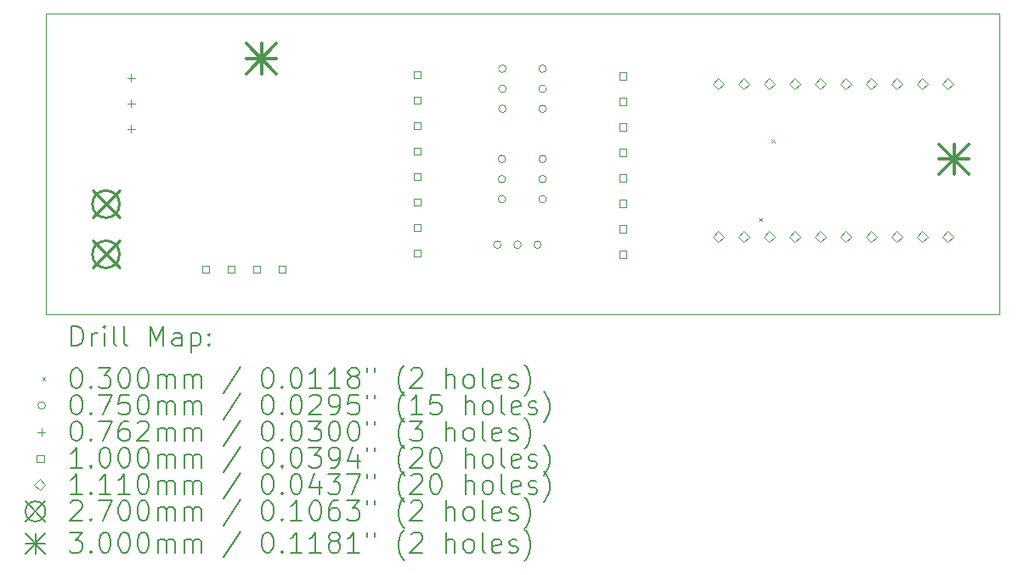
<source format=gbr>
%TF.GenerationSoftware,KiCad,Pcbnew,8.0.4*%
%TF.CreationDate,2024-09-27T18:05:10-04:00*%
%TF.ProjectId,Sp-I,53702d49-2e6b-4696-9361-645f70636258,rev?*%
%TF.SameCoordinates,Original*%
%TF.FileFunction,Drillmap*%
%TF.FilePolarity,Positive*%
%FSLAX45Y45*%
G04 Gerber Fmt 4.5, Leading zero omitted, Abs format (unit mm)*
G04 Created by KiCad (PCBNEW 8.0.4) date 2024-09-27 18:05:10*
%MOMM*%
%LPD*%
G01*
G04 APERTURE LIST*
%ADD10C,0.050000*%
%ADD11C,0.200000*%
%ADD12C,0.100000*%
%ADD13C,0.111000*%
%ADD14C,0.270000*%
%ADD15C,0.300000*%
G04 APERTURE END LIST*
D10*
X10000000Y-12000000D02*
X19500000Y-12000000D01*
X19500000Y-15000000D01*
X10000000Y-15000000D01*
X10000000Y-12000000D01*
D11*
D12*
X17108427Y-14039573D02*
X17138427Y-14069573D01*
X17138427Y-14039573D02*
X17108427Y-14069573D01*
X17235000Y-13257500D02*
X17265000Y-13287500D01*
X17265000Y-13257500D02*
X17235000Y-13287500D01*
X14537500Y-14305000D02*
G75*
G02*
X14462500Y-14305000I-37500J0D01*
G01*
X14462500Y-14305000D02*
G75*
G02*
X14537500Y-14305000I37500J0D01*
G01*
X14582500Y-13450000D02*
G75*
G02*
X14507500Y-13450000I-37500J0D01*
G01*
X14507500Y-13450000D02*
G75*
G02*
X14582500Y-13450000I37500J0D01*
G01*
X14582500Y-13650000D02*
G75*
G02*
X14507500Y-13650000I-37500J0D01*
G01*
X14507500Y-13650000D02*
G75*
G02*
X14582500Y-13650000I37500J0D01*
G01*
X14582500Y-13850000D02*
G75*
G02*
X14507500Y-13850000I-37500J0D01*
G01*
X14507500Y-13850000D02*
G75*
G02*
X14582500Y-13850000I37500J0D01*
G01*
X14587500Y-12550000D02*
G75*
G02*
X14512500Y-12550000I-37500J0D01*
G01*
X14512500Y-12550000D02*
G75*
G02*
X14587500Y-12550000I37500J0D01*
G01*
X14587500Y-12750000D02*
G75*
G02*
X14512500Y-12750000I-37500J0D01*
G01*
X14512500Y-12750000D02*
G75*
G02*
X14587500Y-12750000I37500J0D01*
G01*
X14587500Y-12950000D02*
G75*
G02*
X14512500Y-12950000I-37500J0D01*
G01*
X14512500Y-12950000D02*
G75*
G02*
X14587500Y-12950000I37500J0D01*
G01*
X14737500Y-14305000D02*
G75*
G02*
X14662500Y-14305000I-37500J0D01*
G01*
X14662500Y-14305000D02*
G75*
G02*
X14737500Y-14305000I37500J0D01*
G01*
X14937500Y-14305000D02*
G75*
G02*
X14862500Y-14305000I-37500J0D01*
G01*
X14862500Y-14305000D02*
G75*
G02*
X14937500Y-14305000I37500J0D01*
G01*
X14987500Y-12550000D02*
G75*
G02*
X14912500Y-12550000I-37500J0D01*
G01*
X14912500Y-12550000D02*
G75*
G02*
X14987500Y-12550000I37500J0D01*
G01*
X14987500Y-12750000D02*
G75*
G02*
X14912500Y-12750000I-37500J0D01*
G01*
X14912500Y-12750000D02*
G75*
G02*
X14987500Y-12750000I37500J0D01*
G01*
X14987500Y-12950000D02*
G75*
G02*
X14912500Y-12950000I-37500J0D01*
G01*
X14912500Y-12950000D02*
G75*
G02*
X14987500Y-12950000I37500J0D01*
G01*
X14987500Y-13450000D02*
G75*
G02*
X14912500Y-13450000I-37500J0D01*
G01*
X14912500Y-13450000D02*
G75*
G02*
X14987500Y-13450000I37500J0D01*
G01*
X14987500Y-13650000D02*
G75*
G02*
X14912500Y-13650000I-37500J0D01*
G01*
X14912500Y-13650000D02*
G75*
G02*
X14987500Y-13650000I37500J0D01*
G01*
X14987500Y-13850000D02*
G75*
G02*
X14912500Y-13850000I-37500J0D01*
G01*
X14912500Y-13850000D02*
G75*
G02*
X14987500Y-13850000I37500J0D01*
G01*
X10850000Y-12603900D02*
X10850000Y-12680100D01*
X10811900Y-12642000D02*
X10888100Y-12642000D01*
X10850000Y-12857900D02*
X10850000Y-12934100D01*
X10811900Y-12896000D02*
X10888100Y-12896000D01*
X10850000Y-13111900D02*
X10850000Y-13188100D01*
X10811900Y-13150000D02*
X10888100Y-13150000D01*
X11627356Y-14585356D02*
X11627356Y-14514644D01*
X11556644Y-14514644D01*
X11556644Y-14585356D01*
X11627356Y-14585356D01*
X11881356Y-14585356D02*
X11881356Y-14514644D01*
X11810644Y-14514644D01*
X11810644Y-14585356D01*
X11881356Y-14585356D01*
X12135356Y-14585356D02*
X12135356Y-14514644D01*
X12064644Y-14514644D01*
X12064644Y-14585356D01*
X12135356Y-14585356D01*
X12389356Y-14585356D02*
X12389356Y-14514644D01*
X12318644Y-14514644D01*
X12318644Y-14585356D01*
X12389356Y-14585356D01*
X13735356Y-12647856D02*
X13735356Y-12577144D01*
X13664644Y-12577144D01*
X13664644Y-12647856D01*
X13735356Y-12647856D01*
X13735356Y-12901856D02*
X13735356Y-12831144D01*
X13664644Y-12831144D01*
X13664644Y-12901856D01*
X13735356Y-12901856D01*
X13735356Y-13155856D02*
X13735356Y-13085144D01*
X13664644Y-13085144D01*
X13664644Y-13155856D01*
X13735356Y-13155856D01*
X13735356Y-13409856D02*
X13735356Y-13339144D01*
X13664644Y-13339144D01*
X13664644Y-13409856D01*
X13735356Y-13409856D01*
X13735356Y-13663856D02*
X13735356Y-13593144D01*
X13664644Y-13593144D01*
X13664644Y-13663856D01*
X13735356Y-13663856D01*
X13735356Y-13917856D02*
X13735356Y-13847144D01*
X13664644Y-13847144D01*
X13664644Y-13917856D01*
X13735356Y-13917856D01*
X13735356Y-14171856D02*
X13735356Y-14101144D01*
X13664644Y-14101144D01*
X13664644Y-14171856D01*
X13735356Y-14171856D01*
X13735356Y-14425856D02*
X13735356Y-14355144D01*
X13664644Y-14355144D01*
X13664644Y-14425856D01*
X13735356Y-14425856D01*
X15785356Y-12657356D02*
X15785356Y-12586644D01*
X15714644Y-12586644D01*
X15714644Y-12657356D01*
X15785356Y-12657356D01*
X15785356Y-12911356D02*
X15785356Y-12840644D01*
X15714644Y-12840644D01*
X15714644Y-12911356D01*
X15785356Y-12911356D01*
X15785356Y-13165356D02*
X15785356Y-13094644D01*
X15714644Y-13094644D01*
X15714644Y-13165356D01*
X15785356Y-13165356D01*
X15785356Y-13419356D02*
X15785356Y-13348644D01*
X15714644Y-13348644D01*
X15714644Y-13419356D01*
X15785356Y-13419356D01*
X15785356Y-13673356D02*
X15785356Y-13602644D01*
X15714644Y-13602644D01*
X15714644Y-13673356D01*
X15785356Y-13673356D01*
X15785356Y-13927356D02*
X15785356Y-13856644D01*
X15714644Y-13856644D01*
X15714644Y-13927356D01*
X15785356Y-13927356D01*
X15785356Y-14181356D02*
X15785356Y-14110644D01*
X15714644Y-14110644D01*
X15714644Y-14181356D01*
X15785356Y-14181356D01*
X15785356Y-14435356D02*
X15785356Y-14364644D01*
X15714644Y-14364644D01*
X15714644Y-14435356D01*
X15785356Y-14435356D01*
D13*
X16700000Y-12755500D02*
X16755500Y-12700000D01*
X16700000Y-12644500D01*
X16644500Y-12700000D01*
X16700000Y-12755500D01*
X16700000Y-14279500D02*
X16755500Y-14224000D01*
X16700000Y-14168500D01*
X16644500Y-14224000D01*
X16700000Y-14279500D01*
X16954000Y-12755500D02*
X17009500Y-12700000D01*
X16954000Y-12644500D01*
X16898500Y-12700000D01*
X16954000Y-12755500D01*
X16954000Y-14279500D02*
X17009500Y-14224000D01*
X16954000Y-14168500D01*
X16898500Y-14224000D01*
X16954000Y-14279500D01*
X17208000Y-12755500D02*
X17263500Y-12700000D01*
X17208000Y-12644500D01*
X17152500Y-12700000D01*
X17208000Y-12755500D01*
X17208000Y-14279500D02*
X17263500Y-14224000D01*
X17208000Y-14168500D01*
X17152500Y-14224000D01*
X17208000Y-14279500D01*
X17462000Y-12755500D02*
X17517500Y-12700000D01*
X17462000Y-12644500D01*
X17406500Y-12700000D01*
X17462000Y-12755500D01*
X17462000Y-14279500D02*
X17517500Y-14224000D01*
X17462000Y-14168500D01*
X17406500Y-14224000D01*
X17462000Y-14279500D01*
X17716000Y-12755500D02*
X17771500Y-12700000D01*
X17716000Y-12644500D01*
X17660500Y-12700000D01*
X17716000Y-12755500D01*
X17716000Y-14279500D02*
X17771500Y-14224000D01*
X17716000Y-14168500D01*
X17660500Y-14224000D01*
X17716000Y-14279500D01*
X17970000Y-12755500D02*
X18025500Y-12700000D01*
X17970000Y-12644500D01*
X17914500Y-12700000D01*
X17970000Y-12755500D01*
X17970000Y-14279500D02*
X18025500Y-14224000D01*
X17970000Y-14168500D01*
X17914500Y-14224000D01*
X17970000Y-14279500D01*
X18224000Y-12755500D02*
X18279500Y-12700000D01*
X18224000Y-12644500D01*
X18168500Y-12700000D01*
X18224000Y-12755500D01*
X18224000Y-14279500D02*
X18279500Y-14224000D01*
X18224000Y-14168500D01*
X18168500Y-14224000D01*
X18224000Y-14279500D01*
X18478000Y-12755500D02*
X18533500Y-12700000D01*
X18478000Y-12644500D01*
X18422500Y-12700000D01*
X18478000Y-12755500D01*
X18478000Y-14279500D02*
X18533500Y-14224000D01*
X18478000Y-14168500D01*
X18422500Y-14224000D01*
X18478000Y-14279500D01*
X18732000Y-12755500D02*
X18787500Y-12700000D01*
X18732000Y-12644500D01*
X18676500Y-12700000D01*
X18732000Y-12755500D01*
X18732000Y-14279500D02*
X18787500Y-14224000D01*
X18732000Y-14168500D01*
X18676500Y-14224000D01*
X18732000Y-14279500D01*
X18986000Y-12755500D02*
X19041500Y-12700000D01*
X18986000Y-12644500D01*
X18930500Y-12700000D01*
X18986000Y-12755500D01*
X18986000Y-14279500D02*
X19041500Y-14224000D01*
X18986000Y-14168500D01*
X18930500Y-14224000D01*
X18986000Y-14279500D01*
D14*
X10465000Y-13765000D02*
X10735000Y-14035000D01*
X10735000Y-13765000D02*
X10465000Y-14035000D01*
X10735000Y-13900000D02*
G75*
G02*
X10465000Y-13900000I-135000J0D01*
G01*
X10465000Y-13900000D02*
G75*
G02*
X10735000Y-13900000I135000J0D01*
G01*
X10465000Y-14265000D02*
X10735000Y-14535000D01*
X10735000Y-14265000D02*
X10465000Y-14535000D01*
X10735000Y-14400000D02*
G75*
G02*
X10465000Y-14400000I-135000J0D01*
G01*
X10465000Y-14400000D02*
G75*
G02*
X10735000Y-14400000I135000J0D01*
G01*
D15*
X12000000Y-12300000D02*
X12300000Y-12600000D01*
X12300000Y-12300000D02*
X12000000Y-12600000D01*
X12150000Y-12300000D02*
X12150000Y-12600000D01*
X12000000Y-12450000D02*
X12300000Y-12450000D01*
X18900000Y-13300000D02*
X19200000Y-13600000D01*
X19200000Y-13300000D02*
X18900000Y-13600000D01*
X19050000Y-13300000D02*
X19050000Y-13600000D01*
X18900000Y-13450000D02*
X19200000Y-13450000D01*
D11*
X10258277Y-15313984D02*
X10258277Y-15113984D01*
X10258277Y-15113984D02*
X10305896Y-15113984D01*
X10305896Y-15113984D02*
X10334467Y-15123508D01*
X10334467Y-15123508D02*
X10353515Y-15142555D01*
X10353515Y-15142555D02*
X10363039Y-15161603D01*
X10363039Y-15161603D02*
X10372563Y-15199698D01*
X10372563Y-15199698D02*
X10372563Y-15228269D01*
X10372563Y-15228269D02*
X10363039Y-15266365D01*
X10363039Y-15266365D02*
X10353515Y-15285412D01*
X10353515Y-15285412D02*
X10334467Y-15304460D01*
X10334467Y-15304460D02*
X10305896Y-15313984D01*
X10305896Y-15313984D02*
X10258277Y-15313984D01*
X10458277Y-15313984D02*
X10458277Y-15180650D01*
X10458277Y-15218746D02*
X10467801Y-15199698D01*
X10467801Y-15199698D02*
X10477324Y-15190174D01*
X10477324Y-15190174D02*
X10496372Y-15180650D01*
X10496372Y-15180650D02*
X10515420Y-15180650D01*
X10582086Y-15313984D02*
X10582086Y-15180650D01*
X10582086Y-15113984D02*
X10572563Y-15123508D01*
X10572563Y-15123508D02*
X10582086Y-15133031D01*
X10582086Y-15133031D02*
X10591610Y-15123508D01*
X10591610Y-15123508D02*
X10582086Y-15113984D01*
X10582086Y-15113984D02*
X10582086Y-15133031D01*
X10705896Y-15313984D02*
X10686848Y-15304460D01*
X10686848Y-15304460D02*
X10677324Y-15285412D01*
X10677324Y-15285412D02*
X10677324Y-15113984D01*
X10810658Y-15313984D02*
X10791610Y-15304460D01*
X10791610Y-15304460D02*
X10782086Y-15285412D01*
X10782086Y-15285412D02*
X10782086Y-15113984D01*
X11039229Y-15313984D02*
X11039229Y-15113984D01*
X11039229Y-15113984D02*
X11105896Y-15256841D01*
X11105896Y-15256841D02*
X11172563Y-15113984D01*
X11172563Y-15113984D02*
X11172563Y-15313984D01*
X11353515Y-15313984D02*
X11353515Y-15209222D01*
X11353515Y-15209222D02*
X11343991Y-15190174D01*
X11343991Y-15190174D02*
X11324943Y-15180650D01*
X11324943Y-15180650D02*
X11286848Y-15180650D01*
X11286848Y-15180650D02*
X11267801Y-15190174D01*
X11353515Y-15304460D02*
X11334467Y-15313984D01*
X11334467Y-15313984D02*
X11286848Y-15313984D01*
X11286848Y-15313984D02*
X11267801Y-15304460D01*
X11267801Y-15304460D02*
X11258277Y-15285412D01*
X11258277Y-15285412D02*
X11258277Y-15266365D01*
X11258277Y-15266365D02*
X11267801Y-15247317D01*
X11267801Y-15247317D02*
X11286848Y-15237793D01*
X11286848Y-15237793D02*
X11334467Y-15237793D01*
X11334467Y-15237793D02*
X11353515Y-15228269D01*
X11448753Y-15180650D02*
X11448753Y-15380650D01*
X11448753Y-15190174D02*
X11467801Y-15180650D01*
X11467801Y-15180650D02*
X11505896Y-15180650D01*
X11505896Y-15180650D02*
X11524943Y-15190174D01*
X11524943Y-15190174D02*
X11534467Y-15199698D01*
X11534467Y-15199698D02*
X11543991Y-15218746D01*
X11543991Y-15218746D02*
X11543991Y-15275888D01*
X11543991Y-15275888D02*
X11534467Y-15294936D01*
X11534467Y-15294936D02*
X11524943Y-15304460D01*
X11524943Y-15304460D02*
X11505896Y-15313984D01*
X11505896Y-15313984D02*
X11467801Y-15313984D01*
X11467801Y-15313984D02*
X11448753Y-15304460D01*
X11629705Y-15294936D02*
X11639229Y-15304460D01*
X11639229Y-15304460D02*
X11629705Y-15313984D01*
X11629705Y-15313984D02*
X11620182Y-15304460D01*
X11620182Y-15304460D02*
X11629705Y-15294936D01*
X11629705Y-15294936D02*
X11629705Y-15313984D01*
X11629705Y-15190174D02*
X11639229Y-15199698D01*
X11639229Y-15199698D02*
X11629705Y-15209222D01*
X11629705Y-15209222D02*
X11620182Y-15199698D01*
X11620182Y-15199698D02*
X11629705Y-15190174D01*
X11629705Y-15190174D02*
X11629705Y-15209222D01*
D12*
X9967500Y-15627500D02*
X9997500Y-15657500D01*
X9997500Y-15627500D02*
X9967500Y-15657500D01*
D11*
X10296372Y-15533984D02*
X10315420Y-15533984D01*
X10315420Y-15533984D02*
X10334467Y-15543508D01*
X10334467Y-15543508D02*
X10343991Y-15553031D01*
X10343991Y-15553031D02*
X10353515Y-15572079D01*
X10353515Y-15572079D02*
X10363039Y-15610174D01*
X10363039Y-15610174D02*
X10363039Y-15657793D01*
X10363039Y-15657793D02*
X10353515Y-15695888D01*
X10353515Y-15695888D02*
X10343991Y-15714936D01*
X10343991Y-15714936D02*
X10334467Y-15724460D01*
X10334467Y-15724460D02*
X10315420Y-15733984D01*
X10315420Y-15733984D02*
X10296372Y-15733984D01*
X10296372Y-15733984D02*
X10277324Y-15724460D01*
X10277324Y-15724460D02*
X10267801Y-15714936D01*
X10267801Y-15714936D02*
X10258277Y-15695888D01*
X10258277Y-15695888D02*
X10248753Y-15657793D01*
X10248753Y-15657793D02*
X10248753Y-15610174D01*
X10248753Y-15610174D02*
X10258277Y-15572079D01*
X10258277Y-15572079D02*
X10267801Y-15553031D01*
X10267801Y-15553031D02*
X10277324Y-15543508D01*
X10277324Y-15543508D02*
X10296372Y-15533984D01*
X10448753Y-15714936D02*
X10458277Y-15724460D01*
X10458277Y-15724460D02*
X10448753Y-15733984D01*
X10448753Y-15733984D02*
X10439229Y-15724460D01*
X10439229Y-15724460D02*
X10448753Y-15714936D01*
X10448753Y-15714936D02*
X10448753Y-15733984D01*
X10524944Y-15533984D02*
X10648753Y-15533984D01*
X10648753Y-15533984D02*
X10582086Y-15610174D01*
X10582086Y-15610174D02*
X10610658Y-15610174D01*
X10610658Y-15610174D02*
X10629705Y-15619698D01*
X10629705Y-15619698D02*
X10639229Y-15629222D01*
X10639229Y-15629222D02*
X10648753Y-15648269D01*
X10648753Y-15648269D02*
X10648753Y-15695888D01*
X10648753Y-15695888D02*
X10639229Y-15714936D01*
X10639229Y-15714936D02*
X10629705Y-15724460D01*
X10629705Y-15724460D02*
X10610658Y-15733984D01*
X10610658Y-15733984D02*
X10553515Y-15733984D01*
X10553515Y-15733984D02*
X10534467Y-15724460D01*
X10534467Y-15724460D02*
X10524944Y-15714936D01*
X10772563Y-15533984D02*
X10791610Y-15533984D01*
X10791610Y-15533984D02*
X10810658Y-15543508D01*
X10810658Y-15543508D02*
X10820182Y-15553031D01*
X10820182Y-15553031D02*
X10829705Y-15572079D01*
X10829705Y-15572079D02*
X10839229Y-15610174D01*
X10839229Y-15610174D02*
X10839229Y-15657793D01*
X10839229Y-15657793D02*
X10829705Y-15695888D01*
X10829705Y-15695888D02*
X10820182Y-15714936D01*
X10820182Y-15714936D02*
X10810658Y-15724460D01*
X10810658Y-15724460D02*
X10791610Y-15733984D01*
X10791610Y-15733984D02*
X10772563Y-15733984D01*
X10772563Y-15733984D02*
X10753515Y-15724460D01*
X10753515Y-15724460D02*
X10743991Y-15714936D01*
X10743991Y-15714936D02*
X10734467Y-15695888D01*
X10734467Y-15695888D02*
X10724944Y-15657793D01*
X10724944Y-15657793D02*
X10724944Y-15610174D01*
X10724944Y-15610174D02*
X10734467Y-15572079D01*
X10734467Y-15572079D02*
X10743991Y-15553031D01*
X10743991Y-15553031D02*
X10753515Y-15543508D01*
X10753515Y-15543508D02*
X10772563Y-15533984D01*
X10963039Y-15533984D02*
X10982086Y-15533984D01*
X10982086Y-15533984D02*
X11001134Y-15543508D01*
X11001134Y-15543508D02*
X11010658Y-15553031D01*
X11010658Y-15553031D02*
X11020182Y-15572079D01*
X11020182Y-15572079D02*
X11029705Y-15610174D01*
X11029705Y-15610174D02*
X11029705Y-15657793D01*
X11029705Y-15657793D02*
X11020182Y-15695888D01*
X11020182Y-15695888D02*
X11010658Y-15714936D01*
X11010658Y-15714936D02*
X11001134Y-15724460D01*
X11001134Y-15724460D02*
X10982086Y-15733984D01*
X10982086Y-15733984D02*
X10963039Y-15733984D01*
X10963039Y-15733984D02*
X10943991Y-15724460D01*
X10943991Y-15724460D02*
X10934467Y-15714936D01*
X10934467Y-15714936D02*
X10924944Y-15695888D01*
X10924944Y-15695888D02*
X10915420Y-15657793D01*
X10915420Y-15657793D02*
X10915420Y-15610174D01*
X10915420Y-15610174D02*
X10924944Y-15572079D01*
X10924944Y-15572079D02*
X10934467Y-15553031D01*
X10934467Y-15553031D02*
X10943991Y-15543508D01*
X10943991Y-15543508D02*
X10963039Y-15533984D01*
X11115420Y-15733984D02*
X11115420Y-15600650D01*
X11115420Y-15619698D02*
X11124944Y-15610174D01*
X11124944Y-15610174D02*
X11143991Y-15600650D01*
X11143991Y-15600650D02*
X11172563Y-15600650D01*
X11172563Y-15600650D02*
X11191610Y-15610174D01*
X11191610Y-15610174D02*
X11201134Y-15629222D01*
X11201134Y-15629222D02*
X11201134Y-15733984D01*
X11201134Y-15629222D02*
X11210658Y-15610174D01*
X11210658Y-15610174D02*
X11229705Y-15600650D01*
X11229705Y-15600650D02*
X11258277Y-15600650D01*
X11258277Y-15600650D02*
X11277324Y-15610174D01*
X11277324Y-15610174D02*
X11286848Y-15629222D01*
X11286848Y-15629222D02*
X11286848Y-15733984D01*
X11382086Y-15733984D02*
X11382086Y-15600650D01*
X11382086Y-15619698D02*
X11391610Y-15610174D01*
X11391610Y-15610174D02*
X11410658Y-15600650D01*
X11410658Y-15600650D02*
X11439229Y-15600650D01*
X11439229Y-15600650D02*
X11458277Y-15610174D01*
X11458277Y-15610174D02*
X11467801Y-15629222D01*
X11467801Y-15629222D02*
X11467801Y-15733984D01*
X11467801Y-15629222D02*
X11477324Y-15610174D01*
X11477324Y-15610174D02*
X11496372Y-15600650D01*
X11496372Y-15600650D02*
X11524943Y-15600650D01*
X11524943Y-15600650D02*
X11543991Y-15610174D01*
X11543991Y-15610174D02*
X11553515Y-15629222D01*
X11553515Y-15629222D02*
X11553515Y-15733984D01*
X11943991Y-15524460D02*
X11772563Y-15781603D01*
X12201134Y-15533984D02*
X12220182Y-15533984D01*
X12220182Y-15533984D02*
X12239229Y-15543508D01*
X12239229Y-15543508D02*
X12248753Y-15553031D01*
X12248753Y-15553031D02*
X12258277Y-15572079D01*
X12258277Y-15572079D02*
X12267801Y-15610174D01*
X12267801Y-15610174D02*
X12267801Y-15657793D01*
X12267801Y-15657793D02*
X12258277Y-15695888D01*
X12258277Y-15695888D02*
X12248753Y-15714936D01*
X12248753Y-15714936D02*
X12239229Y-15724460D01*
X12239229Y-15724460D02*
X12220182Y-15733984D01*
X12220182Y-15733984D02*
X12201134Y-15733984D01*
X12201134Y-15733984D02*
X12182086Y-15724460D01*
X12182086Y-15724460D02*
X12172563Y-15714936D01*
X12172563Y-15714936D02*
X12163039Y-15695888D01*
X12163039Y-15695888D02*
X12153515Y-15657793D01*
X12153515Y-15657793D02*
X12153515Y-15610174D01*
X12153515Y-15610174D02*
X12163039Y-15572079D01*
X12163039Y-15572079D02*
X12172563Y-15553031D01*
X12172563Y-15553031D02*
X12182086Y-15543508D01*
X12182086Y-15543508D02*
X12201134Y-15533984D01*
X12353515Y-15714936D02*
X12363039Y-15724460D01*
X12363039Y-15724460D02*
X12353515Y-15733984D01*
X12353515Y-15733984D02*
X12343991Y-15724460D01*
X12343991Y-15724460D02*
X12353515Y-15714936D01*
X12353515Y-15714936D02*
X12353515Y-15733984D01*
X12486848Y-15533984D02*
X12505896Y-15533984D01*
X12505896Y-15533984D02*
X12524944Y-15543508D01*
X12524944Y-15543508D02*
X12534467Y-15553031D01*
X12534467Y-15553031D02*
X12543991Y-15572079D01*
X12543991Y-15572079D02*
X12553515Y-15610174D01*
X12553515Y-15610174D02*
X12553515Y-15657793D01*
X12553515Y-15657793D02*
X12543991Y-15695888D01*
X12543991Y-15695888D02*
X12534467Y-15714936D01*
X12534467Y-15714936D02*
X12524944Y-15724460D01*
X12524944Y-15724460D02*
X12505896Y-15733984D01*
X12505896Y-15733984D02*
X12486848Y-15733984D01*
X12486848Y-15733984D02*
X12467801Y-15724460D01*
X12467801Y-15724460D02*
X12458277Y-15714936D01*
X12458277Y-15714936D02*
X12448753Y-15695888D01*
X12448753Y-15695888D02*
X12439229Y-15657793D01*
X12439229Y-15657793D02*
X12439229Y-15610174D01*
X12439229Y-15610174D02*
X12448753Y-15572079D01*
X12448753Y-15572079D02*
X12458277Y-15553031D01*
X12458277Y-15553031D02*
X12467801Y-15543508D01*
X12467801Y-15543508D02*
X12486848Y-15533984D01*
X12743991Y-15733984D02*
X12629706Y-15733984D01*
X12686848Y-15733984D02*
X12686848Y-15533984D01*
X12686848Y-15533984D02*
X12667801Y-15562555D01*
X12667801Y-15562555D02*
X12648753Y-15581603D01*
X12648753Y-15581603D02*
X12629706Y-15591127D01*
X12934467Y-15733984D02*
X12820182Y-15733984D01*
X12877325Y-15733984D02*
X12877325Y-15533984D01*
X12877325Y-15533984D02*
X12858277Y-15562555D01*
X12858277Y-15562555D02*
X12839229Y-15581603D01*
X12839229Y-15581603D02*
X12820182Y-15591127D01*
X13048753Y-15619698D02*
X13029706Y-15610174D01*
X13029706Y-15610174D02*
X13020182Y-15600650D01*
X13020182Y-15600650D02*
X13010658Y-15581603D01*
X13010658Y-15581603D02*
X13010658Y-15572079D01*
X13010658Y-15572079D02*
X13020182Y-15553031D01*
X13020182Y-15553031D02*
X13029706Y-15543508D01*
X13029706Y-15543508D02*
X13048753Y-15533984D01*
X13048753Y-15533984D02*
X13086848Y-15533984D01*
X13086848Y-15533984D02*
X13105896Y-15543508D01*
X13105896Y-15543508D02*
X13115420Y-15553031D01*
X13115420Y-15553031D02*
X13124944Y-15572079D01*
X13124944Y-15572079D02*
X13124944Y-15581603D01*
X13124944Y-15581603D02*
X13115420Y-15600650D01*
X13115420Y-15600650D02*
X13105896Y-15610174D01*
X13105896Y-15610174D02*
X13086848Y-15619698D01*
X13086848Y-15619698D02*
X13048753Y-15619698D01*
X13048753Y-15619698D02*
X13029706Y-15629222D01*
X13029706Y-15629222D02*
X13020182Y-15638746D01*
X13020182Y-15638746D02*
X13010658Y-15657793D01*
X13010658Y-15657793D02*
X13010658Y-15695888D01*
X13010658Y-15695888D02*
X13020182Y-15714936D01*
X13020182Y-15714936D02*
X13029706Y-15724460D01*
X13029706Y-15724460D02*
X13048753Y-15733984D01*
X13048753Y-15733984D02*
X13086848Y-15733984D01*
X13086848Y-15733984D02*
X13105896Y-15724460D01*
X13105896Y-15724460D02*
X13115420Y-15714936D01*
X13115420Y-15714936D02*
X13124944Y-15695888D01*
X13124944Y-15695888D02*
X13124944Y-15657793D01*
X13124944Y-15657793D02*
X13115420Y-15638746D01*
X13115420Y-15638746D02*
X13105896Y-15629222D01*
X13105896Y-15629222D02*
X13086848Y-15619698D01*
X13201134Y-15533984D02*
X13201134Y-15572079D01*
X13277325Y-15533984D02*
X13277325Y-15572079D01*
X13572563Y-15810174D02*
X13563039Y-15800650D01*
X13563039Y-15800650D02*
X13543991Y-15772079D01*
X13543991Y-15772079D02*
X13534468Y-15753031D01*
X13534468Y-15753031D02*
X13524944Y-15724460D01*
X13524944Y-15724460D02*
X13515420Y-15676841D01*
X13515420Y-15676841D02*
X13515420Y-15638746D01*
X13515420Y-15638746D02*
X13524944Y-15591127D01*
X13524944Y-15591127D02*
X13534468Y-15562555D01*
X13534468Y-15562555D02*
X13543991Y-15543508D01*
X13543991Y-15543508D02*
X13563039Y-15514936D01*
X13563039Y-15514936D02*
X13572563Y-15505412D01*
X13639229Y-15553031D02*
X13648753Y-15543508D01*
X13648753Y-15543508D02*
X13667801Y-15533984D01*
X13667801Y-15533984D02*
X13715420Y-15533984D01*
X13715420Y-15533984D02*
X13734468Y-15543508D01*
X13734468Y-15543508D02*
X13743991Y-15553031D01*
X13743991Y-15553031D02*
X13753515Y-15572079D01*
X13753515Y-15572079D02*
X13753515Y-15591127D01*
X13753515Y-15591127D02*
X13743991Y-15619698D01*
X13743991Y-15619698D02*
X13629706Y-15733984D01*
X13629706Y-15733984D02*
X13753515Y-15733984D01*
X13991610Y-15733984D02*
X13991610Y-15533984D01*
X14077325Y-15733984D02*
X14077325Y-15629222D01*
X14077325Y-15629222D02*
X14067801Y-15610174D01*
X14067801Y-15610174D02*
X14048753Y-15600650D01*
X14048753Y-15600650D02*
X14020182Y-15600650D01*
X14020182Y-15600650D02*
X14001134Y-15610174D01*
X14001134Y-15610174D02*
X13991610Y-15619698D01*
X14201134Y-15733984D02*
X14182087Y-15724460D01*
X14182087Y-15724460D02*
X14172563Y-15714936D01*
X14172563Y-15714936D02*
X14163039Y-15695888D01*
X14163039Y-15695888D02*
X14163039Y-15638746D01*
X14163039Y-15638746D02*
X14172563Y-15619698D01*
X14172563Y-15619698D02*
X14182087Y-15610174D01*
X14182087Y-15610174D02*
X14201134Y-15600650D01*
X14201134Y-15600650D02*
X14229706Y-15600650D01*
X14229706Y-15600650D02*
X14248753Y-15610174D01*
X14248753Y-15610174D02*
X14258277Y-15619698D01*
X14258277Y-15619698D02*
X14267801Y-15638746D01*
X14267801Y-15638746D02*
X14267801Y-15695888D01*
X14267801Y-15695888D02*
X14258277Y-15714936D01*
X14258277Y-15714936D02*
X14248753Y-15724460D01*
X14248753Y-15724460D02*
X14229706Y-15733984D01*
X14229706Y-15733984D02*
X14201134Y-15733984D01*
X14382087Y-15733984D02*
X14363039Y-15724460D01*
X14363039Y-15724460D02*
X14353515Y-15705412D01*
X14353515Y-15705412D02*
X14353515Y-15533984D01*
X14534468Y-15724460D02*
X14515420Y-15733984D01*
X14515420Y-15733984D02*
X14477325Y-15733984D01*
X14477325Y-15733984D02*
X14458277Y-15724460D01*
X14458277Y-15724460D02*
X14448753Y-15705412D01*
X14448753Y-15705412D02*
X14448753Y-15629222D01*
X14448753Y-15629222D02*
X14458277Y-15610174D01*
X14458277Y-15610174D02*
X14477325Y-15600650D01*
X14477325Y-15600650D02*
X14515420Y-15600650D01*
X14515420Y-15600650D02*
X14534468Y-15610174D01*
X14534468Y-15610174D02*
X14543991Y-15629222D01*
X14543991Y-15629222D02*
X14543991Y-15648269D01*
X14543991Y-15648269D02*
X14448753Y-15667317D01*
X14620182Y-15724460D02*
X14639230Y-15733984D01*
X14639230Y-15733984D02*
X14677325Y-15733984D01*
X14677325Y-15733984D02*
X14696372Y-15724460D01*
X14696372Y-15724460D02*
X14705896Y-15705412D01*
X14705896Y-15705412D02*
X14705896Y-15695888D01*
X14705896Y-15695888D02*
X14696372Y-15676841D01*
X14696372Y-15676841D02*
X14677325Y-15667317D01*
X14677325Y-15667317D02*
X14648753Y-15667317D01*
X14648753Y-15667317D02*
X14629706Y-15657793D01*
X14629706Y-15657793D02*
X14620182Y-15638746D01*
X14620182Y-15638746D02*
X14620182Y-15629222D01*
X14620182Y-15629222D02*
X14629706Y-15610174D01*
X14629706Y-15610174D02*
X14648753Y-15600650D01*
X14648753Y-15600650D02*
X14677325Y-15600650D01*
X14677325Y-15600650D02*
X14696372Y-15610174D01*
X14772563Y-15810174D02*
X14782087Y-15800650D01*
X14782087Y-15800650D02*
X14801134Y-15772079D01*
X14801134Y-15772079D02*
X14810658Y-15753031D01*
X14810658Y-15753031D02*
X14820182Y-15724460D01*
X14820182Y-15724460D02*
X14829706Y-15676841D01*
X14829706Y-15676841D02*
X14829706Y-15638746D01*
X14829706Y-15638746D02*
X14820182Y-15591127D01*
X14820182Y-15591127D02*
X14810658Y-15562555D01*
X14810658Y-15562555D02*
X14801134Y-15543508D01*
X14801134Y-15543508D02*
X14782087Y-15514936D01*
X14782087Y-15514936D02*
X14772563Y-15505412D01*
D12*
X9997500Y-15906500D02*
G75*
G02*
X9922500Y-15906500I-37500J0D01*
G01*
X9922500Y-15906500D02*
G75*
G02*
X9997500Y-15906500I37500J0D01*
G01*
D11*
X10296372Y-15797984D02*
X10315420Y-15797984D01*
X10315420Y-15797984D02*
X10334467Y-15807508D01*
X10334467Y-15807508D02*
X10343991Y-15817031D01*
X10343991Y-15817031D02*
X10353515Y-15836079D01*
X10353515Y-15836079D02*
X10363039Y-15874174D01*
X10363039Y-15874174D02*
X10363039Y-15921793D01*
X10363039Y-15921793D02*
X10353515Y-15959888D01*
X10353515Y-15959888D02*
X10343991Y-15978936D01*
X10343991Y-15978936D02*
X10334467Y-15988460D01*
X10334467Y-15988460D02*
X10315420Y-15997984D01*
X10315420Y-15997984D02*
X10296372Y-15997984D01*
X10296372Y-15997984D02*
X10277324Y-15988460D01*
X10277324Y-15988460D02*
X10267801Y-15978936D01*
X10267801Y-15978936D02*
X10258277Y-15959888D01*
X10258277Y-15959888D02*
X10248753Y-15921793D01*
X10248753Y-15921793D02*
X10248753Y-15874174D01*
X10248753Y-15874174D02*
X10258277Y-15836079D01*
X10258277Y-15836079D02*
X10267801Y-15817031D01*
X10267801Y-15817031D02*
X10277324Y-15807508D01*
X10277324Y-15807508D02*
X10296372Y-15797984D01*
X10448753Y-15978936D02*
X10458277Y-15988460D01*
X10458277Y-15988460D02*
X10448753Y-15997984D01*
X10448753Y-15997984D02*
X10439229Y-15988460D01*
X10439229Y-15988460D02*
X10448753Y-15978936D01*
X10448753Y-15978936D02*
X10448753Y-15997984D01*
X10524944Y-15797984D02*
X10658277Y-15797984D01*
X10658277Y-15797984D02*
X10572563Y-15997984D01*
X10829705Y-15797984D02*
X10734467Y-15797984D01*
X10734467Y-15797984D02*
X10724944Y-15893222D01*
X10724944Y-15893222D02*
X10734467Y-15883698D01*
X10734467Y-15883698D02*
X10753515Y-15874174D01*
X10753515Y-15874174D02*
X10801134Y-15874174D01*
X10801134Y-15874174D02*
X10820182Y-15883698D01*
X10820182Y-15883698D02*
X10829705Y-15893222D01*
X10829705Y-15893222D02*
X10839229Y-15912269D01*
X10839229Y-15912269D02*
X10839229Y-15959888D01*
X10839229Y-15959888D02*
X10829705Y-15978936D01*
X10829705Y-15978936D02*
X10820182Y-15988460D01*
X10820182Y-15988460D02*
X10801134Y-15997984D01*
X10801134Y-15997984D02*
X10753515Y-15997984D01*
X10753515Y-15997984D02*
X10734467Y-15988460D01*
X10734467Y-15988460D02*
X10724944Y-15978936D01*
X10963039Y-15797984D02*
X10982086Y-15797984D01*
X10982086Y-15797984D02*
X11001134Y-15807508D01*
X11001134Y-15807508D02*
X11010658Y-15817031D01*
X11010658Y-15817031D02*
X11020182Y-15836079D01*
X11020182Y-15836079D02*
X11029705Y-15874174D01*
X11029705Y-15874174D02*
X11029705Y-15921793D01*
X11029705Y-15921793D02*
X11020182Y-15959888D01*
X11020182Y-15959888D02*
X11010658Y-15978936D01*
X11010658Y-15978936D02*
X11001134Y-15988460D01*
X11001134Y-15988460D02*
X10982086Y-15997984D01*
X10982086Y-15997984D02*
X10963039Y-15997984D01*
X10963039Y-15997984D02*
X10943991Y-15988460D01*
X10943991Y-15988460D02*
X10934467Y-15978936D01*
X10934467Y-15978936D02*
X10924944Y-15959888D01*
X10924944Y-15959888D02*
X10915420Y-15921793D01*
X10915420Y-15921793D02*
X10915420Y-15874174D01*
X10915420Y-15874174D02*
X10924944Y-15836079D01*
X10924944Y-15836079D02*
X10934467Y-15817031D01*
X10934467Y-15817031D02*
X10943991Y-15807508D01*
X10943991Y-15807508D02*
X10963039Y-15797984D01*
X11115420Y-15997984D02*
X11115420Y-15864650D01*
X11115420Y-15883698D02*
X11124944Y-15874174D01*
X11124944Y-15874174D02*
X11143991Y-15864650D01*
X11143991Y-15864650D02*
X11172563Y-15864650D01*
X11172563Y-15864650D02*
X11191610Y-15874174D01*
X11191610Y-15874174D02*
X11201134Y-15893222D01*
X11201134Y-15893222D02*
X11201134Y-15997984D01*
X11201134Y-15893222D02*
X11210658Y-15874174D01*
X11210658Y-15874174D02*
X11229705Y-15864650D01*
X11229705Y-15864650D02*
X11258277Y-15864650D01*
X11258277Y-15864650D02*
X11277324Y-15874174D01*
X11277324Y-15874174D02*
X11286848Y-15893222D01*
X11286848Y-15893222D02*
X11286848Y-15997984D01*
X11382086Y-15997984D02*
X11382086Y-15864650D01*
X11382086Y-15883698D02*
X11391610Y-15874174D01*
X11391610Y-15874174D02*
X11410658Y-15864650D01*
X11410658Y-15864650D02*
X11439229Y-15864650D01*
X11439229Y-15864650D02*
X11458277Y-15874174D01*
X11458277Y-15874174D02*
X11467801Y-15893222D01*
X11467801Y-15893222D02*
X11467801Y-15997984D01*
X11467801Y-15893222D02*
X11477324Y-15874174D01*
X11477324Y-15874174D02*
X11496372Y-15864650D01*
X11496372Y-15864650D02*
X11524943Y-15864650D01*
X11524943Y-15864650D02*
X11543991Y-15874174D01*
X11543991Y-15874174D02*
X11553515Y-15893222D01*
X11553515Y-15893222D02*
X11553515Y-15997984D01*
X11943991Y-15788460D02*
X11772563Y-16045603D01*
X12201134Y-15797984D02*
X12220182Y-15797984D01*
X12220182Y-15797984D02*
X12239229Y-15807508D01*
X12239229Y-15807508D02*
X12248753Y-15817031D01*
X12248753Y-15817031D02*
X12258277Y-15836079D01*
X12258277Y-15836079D02*
X12267801Y-15874174D01*
X12267801Y-15874174D02*
X12267801Y-15921793D01*
X12267801Y-15921793D02*
X12258277Y-15959888D01*
X12258277Y-15959888D02*
X12248753Y-15978936D01*
X12248753Y-15978936D02*
X12239229Y-15988460D01*
X12239229Y-15988460D02*
X12220182Y-15997984D01*
X12220182Y-15997984D02*
X12201134Y-15997984D01*
X12201134Y-15997984D02*
X12182086Y-15988460D01*
X12182086Y-15988460D02*
X12172563Y-15978936D01*
X12172563Y-15978936D02*
X12163039Y-15959888D01*
X12163039Y-15959888D02*
X12153515Y-15921793D01*
X12153515Y-15921793D02*
X12153515Y-15874174D01*
X12153515Y-15874174D02*
X12163039Y-15836079D01*
X12163039Y-15836079D02*
X12172563Y-15817031D01*
X12172563Y-15817031D02*
X12182086Y-15807508D01*
X12182086Y-15807508D02*
X12201134Y-15797984D01*
X12353515Y-15978936D02*
X12363039Y-15988460D01*
X12363039Y-15988460D02*
X12353515Y-15997984D01*
X12353515Y-15997984D02*
X12343991Y-15988460D01*
X12343991Y-15988460D02*
X12353515Y-15978936D01*
X12353515Y-15978936D02*
X12353515Y-15997984D01*
X12486848Y-15797984D02*
X12505896Y-15797984D01*
X12505896Y-15797984D02*
X12524944Y-15807508D01*
X12524944Y-15807508D02*
X12534467Y-15817031D01*
X12534467Y-15817031D02*
X12543991Y-15836079D01*
X12543991Y-15836079D02*
X12553515Y-15874174D01*
X12553515Y-15874174D02*
X12553515Y-15921793D01*
X12553515Y-15921793D02*
X12543991Y-15959888D01*
X12543991Y-15959888D02*
X12534467Y-15978936D01*
X12534467Y-15978936D02*
X12524944Y-15988460D01*
X12524944Y-15988460D02*
X12505896Y-15997984D01*
X12505896Y-15997984D02*
X12486848Y-15997984D01*
X12486848Y-15997984D02*
X12467801Y-15988460D01*
X12467801Y-15988460D02*
X12458277Y-15978936D01*
X12458277Y-15978936D02*
X12448753Y-15959888D01*
X12448753Y-15959888D02*
X12439229Y-15921793D01*
X12439229Y-15921793D02*
X12439229Y-15874174D01*
X12439229Y-15874174D02*
X12448753Y-15836079D01*
X12448753Y-15836079D02*
X12458277Y-15817031D01*
X12458277Y-15817031D02*
X12467801Y-15807508D01*
X12467801Y-15807508D02*
X12486848Y-15797984D01*
X12629706Y-15817031D02*
X12639229Y-15807508D01*
X12639229Y-15807508D02*
X12658277Y-15797984D01*
X12658277Y-15797984D02*
X12705896Y-15797984D01*
X12705896Y-15797984D02*
X12724944Y-15807508D01*
X12724944Y-15807508D02*
X12734467Y-15817031D01*
X12734467Y-15817031D02*
X12743991Y-15836079D01*
X12743991Y-15836079D02*
X12743991Y-15855127D01*
X12743991Y-15855127D02*
X12734467Y-15883698D01*
X12734467Y-15883698D02*
X12620182Y-15997984D01*
X12620182Y-15997984D02*
X12743991Y-15997984D01*
X12839229Y-15997984D02*
X12877325Y-15997984D01*
X12877325Y-15997984D02*
X12896372Y-15988460D01*
X12896372Y-15988460D02*
X12905896Y-15978936D01*
X12905896Y-15978936D02*
X12924944Y-15950365D01*
X12924944Y-15950365D02*
X12934467Y-15912269D01*
X12934467Y-15912269D02*
X12934467Y-15836079D01*
X12934467Y-15836079D02*
X12924944Y-15817031D01*
X12924944Y-15817031D02*
X12915420Y-15807508D01*
X12915420Y-15807508D02*
X12896372Y-15797984D01*
X12896372Y-15797984D02*
X12858277Y-15797984D01*
X12858277Y-15797984D02*
X12839229Y-15807508D01*
X12839229Y-15807508D02*
X12829706Y-15817031D01*
X12829706Y-15817031D02*
X12820182Y-15836079D01*
X12820182Y-15836079D02*
X12820182Y-15883698D01*
X12820182Y-15883698D02*
X12829706Y-15902746D01*
X12829706Y-15902746D02*
X12839229Y-15912269D01*
X12839229Y-15912269D02*
X12858277Y-15921793D01*
X12858277Y-15921793D02*
X12896372Y-15921793D01*
X12896372Y-15921793D02*
X12915420Y-15912269D01*
X12915420Y-15912269D02*
X12924944Y-15902746D01*
X12924944Y-15902746D02*
X12934467Y-15883698D01*
X13115420Y-15797984D02*
X13020182Y-15797984D01*
X13020182Y-15797984D02*
X13010658Y-15893222D01*
X13010658Y-15893222D02*
X13020182Y-15883698D01*
X13020182Y-15883698D02*
X13039229Y-15874174D01*
X13039229Y-15874174D02*
X13086848Y-15874174D01*
X13086848Y-15874174D02*
X13105896Y-15883698D01*
X13105896Y-15883698D02*
X13115420Y-15893222D01*
X13115420Y-15893222D02*
X13124944Y-15912269D01*
X13124944Y-15912269D02*
X13124944Y-15959888D01*
X13124944Y-15959888D02*
X13115420Y-15978936D01*
X13115420Y-15978936D02*
X13105896Y-15988460D01*
X13105896Y-15988460D02*
X13086848Y-15997984D01*
X13086848Y-15997984D02*
X13039229Y-15997984D01*
X13039229Y-15997984D02*
X13020182Y-15988460D01*
X13020182Y-15988460D02*
X13010658Y-15978936D01*
X13201134Y-15797984D02*
X13201134Y-15836079D01*
X13277325Y-15797984D02*
X13277325Y-15836079D01*
X13572563Y-16074174D02*
X13563039Y-16064650D01*
X13563039Y-16064650D02*
X13543991Y-16036079D01*
X13543991Y-16036079D02*
X13534468Y-16017031D01*
X13534468Y-16017031D02*
X13524944Y-15988460D01*
X13524944Y-15988460D02*
X13515420Y-15940841D01*
X13515420Y-15940841D02*
X13515420Y-15902746D01*
X13515420Y-15902746D02*
X13524944Y-15855127D01*
X13524944Y-15855127D02*
X13534468Y-15826555D01*
X13534468Y-15826555D02*
X13543991Y-15807508D01*
X13543991Y-15807508D02*
X13563039Y-15778936D01*
X13563039Y-15778936D02*
X13572563Y-15769412D01*
X13753515Y-15997984D02*
X13639229Y-15997984D01*
X13696372Y-15997984D02*
X13696372Y-15797984D01*
X13696372Y-15797984D02*
X13677325Y-15826555D01*
X13677325Y-15826555D02*
X13658277Y-15845603D01*
X13658277Y-15845603D02*
X13639229Y-15855127D01*
X13934468Y-15797984D02*
X13839229Y-15797984D01*
X13839229Y-15797984D02*
X13829706Y-15893222D01*
X13829706Y-15893222D02*
X13839229Y-15883698D01*
X13839229Y-15883698D02*
X13858277Y-15874174D01*
X13858277Y-15874174D02*
X13905896Y-15874174D01*
X13905896Y-15874174D02*
X13924944Y-15883698D01*
X13924944Y-15883698D02*
X13934468Y-15893222D01*
X13934468Y-15893222D02*
X13943991Y-15912269D01*
X13943991Y-15912269D02*
X13943991Y-15959888D01*
X13943991Y-15959888D02*
X13934468Y-15978936D01*
X13934468Y-15978936D02*
X13924944Y-15988460D01*
X13924944Y-15988460D02*
X13905896Y-15997984D01*
X13905896Y-15997984D02*
X13858277Y-15997984D01*
X13858277Y-15997984D02*
X13839229Y-15988460D01*
X13839229Y-15988460D02*
X13829706Y-15978936D01*
X14182087Y-15997984D02*
X14182087Y-15797984D01*
X14267801Y-15997984D02*
X14267801Y-15893222D01*
X14267801Y-15893222D02*
X14258277Y-15874174D01*
X14258277Y-15874174D02*
X14239230Y-15864650D01*
X14239230Y-15864650D02*
X14210658Y-15864650D01*
X14210658Y-15864650D02*
X14191610Y-15874174D01*
X14191610Y-15874174D02*
X14182087Y-15883698D01*
X14391610Y-15997984D02*
X14372563Y-15988460D01*
X14372563Y-15988460D02*
X14363039Y-15978936D01*
X14363039Y-15978936D02*
X14353515Y-15959888D01*
X14353515Y-15959888D02*
X14353515Y-15902746D01*
X14353515Y-15902746D02*
X14363039Y-15883698D01*
X14363039Y-15883698D02*
X14372563Y-15874174D01*
X14372563Y-15874174D02*
X14391610Y-15864650D01*
X14391610Y-15864650D02*
X14420182Y-15864650D01*
X14420182Y-15864650D02*
X14439230Y-15874174D01*
X14439230Y-15874174D02*
X14448753Y-15883698D01*
X14448753Y-15883698D02*
X14458277Y-15902746D01*
X14458277Y-15902746D02*
X14458277Y-15959888D01*
X14458277Y-15959888D02*
X14448753Y-15978936D01*
X14448753Y-15978936D02*
X14439230Y-15988460D01*
X14439230Y-15988460D02*
X14420182Y-15997984D01*
X14420182Y-15997984D02*
X14391610Y-15997984D01*
X14572563Y-15997984D02*
X14553515Y-15988460D01*
X14553515Y-15988460D02*
X14543991Y-15969412D01*
X14543991Y-15969412D02*
X14543991Y-15797984D01*
X14724944Y-15988460D02*
X14705896Y-15997984D01*
X14705896Y-15997984D02*
X14667801Y-15997984D01*
X14667801Y-15997984D02*
X14648753Y-15988460D01*
X14648753Y-15988460D02*
X14639230Y-15969412D01*
X14639230Y-15969412D02*
X14639230Y-15893222D01*
X14639230Y-15893222D02*
X14648753Y-15874174D01*
X14648753Y-15874174D02*
X14667801Y-15864650D01*
X14667801Y-15864650D02*
X14705896Y-15864650D01*
X14705896Y-15864650D02*
X14724944Y-15874174D01*
X14724944Y-15874174D02*
X14734468Y-15893222D01*
X14734468Y-15893222D02*
X14734468Y-15912269D01*
X14734468Y-15912269D02*
X14639230Y-15931317D01*
X14810658Y-15988460D02*
X14829706Y-15997984D01*
X14829706Y-15997984D02*
X14867801Y-15997984D01*
X14867801Y-15997984D02*
X14886849Y-15988460D01*
X14886849Y-15988460D02*
X14896372Y-15969412D01*
X14896372Y-15969412D02*
X14896372Y-15959888D01*
X14896372Y-15959888D02*
X14886849Y-15940841D01*
X14886849Y-15940841D02*
X14867801Y-15931317D01*
X14867801Y-15931317D02*
X14839230Y-15931317D01*
X14839230Y-15931317D02*
X14820182Y-15921793D01*
X14820182Y-15921793D02*
X14810658Y-15902746D01*
X14810658Y-15902746D02*
X14810658Y-15893222D01*
X14810658Y-15893222D02*
X14820182Y-15874174D01*
X14820182Y-15874174D02*
X14839230Y-15864650D01*
X14839230Y-15864650D02*
X14867801Y-15864650D01*
X14867801Y-15864650D02*
X14886849Y-15874174D01*
X14963039Y-16074174D02*
X14972563Y-16064650D01*
X14972563Y-16064650D02*
X14991611Y-16036079D01*
X14991611Y-16036079D02*
X15001134Y-16017031D01*
X15001134Y-16017031D02*
X15010658Y-15988460D01*
X15010658Y-15988460D02*
X15020182Y-15940841D01*
X15020182Y-15940841D02*
X15020182Y-15902746D01*
X15020182Y-15902746D02*
X15010658Y-15855127D01*
X15010658Y-15855127D02*
X15001134Y-15826555D01*
X15001134Y-15826555D02*
X14991611Y-15807508D01*
X14991611Y-15807508D02*
X14972563Y-15778936D01*
X14972563Y-15778936D02*
X14963039Y-15769412D01*
D12*
X9959400Y-16132400D02*
X9959400Y-16208600D01*
X9921300Y-16170500D02*
X9997500Y-16170500D01*
D11*
X10296372Y-16061984D02*
X10315420Y-16061984D01*
X10315420Y-16061984D02*
X10334467Y-16071508D01*
X10334467Y-16071508D02*
X10343991Y-16081031D01*
X10343991Y-16081031D02*
X10353515Y-16100079D01*
X10353515Y-16100079D02*
X10363039Y-16138174D01*
X10363039Y-16138174D02*
X10363039Y-16185793D01*
X10363039Y-16185793D02*
X10353515Y-16223888D01*
X10353515Y-16223888D02*
X10343991Y-16242936D01*
X10343991Y-16242936D02*
X10334467Y-16252460D01*
X10334467Y-16252460D02*
X10315420Y-16261984D01*
X10315420Y-16261984D02*
X10296372Y-16261984D01*
X10296372Y-16261984D02*
X10277324Y-16252460D01*
X10277324Y-16252460D02*
X10267801Y-16242936D01*
X10267801Y-16242936D02*
X10258277Y-16223888D01*
X10258277Y-16223888D02*
X10248753Y-16185793D01*
X10248753Y-16185793D02*
X10248753Y-16138174D01*
X10248753Y-16138174D02*
X10258277Y-16100079D01*
X10258277Y-16100079D02*
X10267801Y-16081031D01*
X10267801Y-16081031D02*
X10277324Y-16071508D01*
X10277324Y-16071508D02*
X10296372Y-16061984D01*
X10448753Y-16242936D02*
X10458277Y-16252460D01*
X10458277Y-16252460D02*
X10448753Y-16261984D01*
X10448753Y-16261984D02*
X10439229Y-16252460D01*
X10439229Y-16252460D02*
X10448753Y-16242936D01*
X10448753Y-16242936D02*
X10448753Y-16261984D01*
X10524944Y-16061984D02*
X10658277Y-16061984D01*
X10658277Y-16061984D02*
X10572563Y-16261984D01*
X10820182Y-16061984D02*
X10782086Y-16061984D01*
X10782086Y-16061984D02*
X10763039Y-16071508D01*
X10763039Y-16071508D02*
X10753515Y-16081031D01*
X10753515Y-16081031D02*
X10734467Y-16109603D01*
X10734467Y-16109603D02*
X10724944Y-16147698D01*
X10724944Y-16147698D02*
X10724944Y-16223888D01*
X10724944Y-16223888D02*
X10734467Y-16242936D01*
X10734467Y-16242936D02*
X10743991Y-16252460D01*
X10743991Y-16252460D02*
X10763039Y-16261984D01*
X10763039Y-16261984D02*
X10801134Y-16261984D01*
X10801134Y-16261984D02*
X10820182Y-16252460D01*
X10820182Y-16252460D02*
X10829705Y-16242936D01*
X10829705Y-16242936D02*
X10839229Y-16223888D01*
X10839229Y-16223888D02*
X10839229Y-16176269D01*
X10839229Y-16176269D02*
X10829705Y-16157222D01*
X10829705Y-16157222D02*
X10820182Y-16147698D01*
X10820182Y-16147698D02*
X10801134Y-16138174D01*
X10801134Y-16138174D02*
X10763039Y-16138174D01*
X10763039Y-16138174D02*
X10743991Y-16147698D01*
X10743991Y-16147698D02*
X10734467Y-16157222D01*
X10734467Y-16157222D02*
X10724944Y-16176269D01*
X10915420Y-16081031D02*
X10924944Y-16071508D01*
X10924944Y-16071508D02*
X10943991Y-16061984D01*
X10943991Y-16061984D02*
X10991610Y-16061984D01*
X10991610Y-16061984D02*
X11010658Y-16071508D01*
X11010658Y-16071508D02*
X11020182Y-16081031D01*
X11020182Y-16081031D02*
X11029705Y-16100079D01*
X11029705Y-16100079D02*
X11029705Y-16119127D01*
X11029705Y-16119127D02*
X11020182Y-16147698D01*
X11020182Y-16147698D02*
X10905896Y-16261984D01*
X10905896Y-16261984D02*
X11029705Y-16261984D01*
X11115420Y-16261984D02*
X11115420Y-16128650D01*
X11115420Y-16147698D02*
X11124944Y-16138174D01*
X11124944Y-16138174D02*
X11143991Y-16128650D01*
X11143991Y-16128650D02*
X11172563Y-16128650D01*
X11172563Y-16128650D02*
X11191610Y-16138174D01*
X11191610Y-16138174D02*
X11201134Y-16157222D01*
X11201134Y-16157222D02*
X11201134Y-16261984D01*
X11201134Y-16157222D02*
X11210658Y-16138174D01*
X11210658Y-16138174D02*
X11229705Y-16128650D01*
X11229705Y-16128650D02*
X11258277Y-16128650D01*
X11258277Y-16128650D02*
X11277324Y-16138174D01*
X11277324Y-16138174D02*
X11286848Y-16157222D01*
X11286848Y-16157222D02*
X11286848Y-16261984D01*
X11382086Y-16261984D02*
X11382086Y-16128650D01*
X11382086Y-16147698D02*
X11391610Y-16138174D01*
X11391610Y-16138174D02*
X11410658Y-16128650D01*
X11410658Y-16128650D02*
X11439229Y-16128650D01*
X11439229Y-16128650D02*
X11458277Y-16138174D01*
X11458277Y-16138174D02*
X11467801Y-16157222D01*
X11467801Y-16157222D02*
X11467801Y-16261984D01*
X11467801Y-16157222D02*
X11477324Y-16138174D01*
X11477324Y-16138174D02*
X11496372Y-16128650D01*
X11496372Y-16128650D02*
X11524943Y-16128650D01*
X11524943Y-16128650D02*
X11543991Y-16138174D01*
X11543991Y-16138174D02*
X11553515Y-16157222D01*
X11553515Y-16157222D02*
X11553515Y-16261984D01*
X11943991Y-16052460D02*
X11772563Y-16309603D01*
X12201134Y-16061984D02*
X12220182Y-16061984D01*
X12220182Y-16061984D02*
X12239229Y-16071508D01*
X12239229Y-16071508D02*
X12248753Y-16081031D01*
X12248753Y-16081031D02*
X12258277Y-16100079D01*
X12258277Y-16100079D02*
X12267801Y-16138174D01*
X12267801Y-16138174D02*
X12267801Y-16185793D01*
X12267801Y-16185793D02*
X12258277Y-16223888D01*
X12258277Y-16223888D02*
X12248753Y-16242936D01*
X12248753Y-16242936D02*
X12239229Y-16252460D01*
X12239229Y-16252460D02*
X12220182Y-16261984D01*
X12220182Y-16261984D02*
X12201134Y-16261984D01*
X12201134Y-16261984D02*
X12182086Y-16252460D01*
X12182086Y-16252460D02*
X12172563Y-16242936D01*
X12172563Y-16242936D02*
X12163039Y-16223888D01*
X12163039Y-16223888D02*
X12153515Y-16185793D01*
X12153515Y-16185793D02*
X12153515Y-16138174D01*
X12153515Y-16138174D02*
X12163039Y-16100079D01*
X12163039Y-16100079D02*
X12172563Y-16081031D01*
X12172563Y-16081031D02*
X12182086Y-16071508D01*
X12182086Y-16071508D02*
X12201134Y-16061984D01*
X12353515Y-16242936D02*
X12363039Y-16252460D01*
X12363039Y-16252460D02*
X12353515Y-16261984D01*
X12353515Y-16261984D02*
X12343991Y-16252460D01*
X12343991Y-16252460D02*
X12353515Y-16242936D01*
X12353515Y-16242936D02*
X12353515Y-16261984D01*
X12486848Y-16061984D02*
X12505896Y-16061984D01*
X12505896Y-16061984D02*
X12524944Y-16071508D01*
X12524944Y-16071508D02*
X12534467Y-16081031D01*
X12534467Y-16081031D02*
X12543991Y-16100079D01*
X12543991Y-16100079D02*
X12553515Y-16138174D01*
X12553515Y-16138174D02*
X12553515Y-16185793D01*
X12553515Y-16185793D02*
X12543991Y-16223888D01*
X12543991Y-16223888D02*
X12534467Y-16242936D01*
X12534467Y-16242936D02*
X12524944Y-16252460D01*
X12524944Y-16252460D02*
X12505896Y-16261984D01*
X12505896Y-16261984D02*
X12486848Y-16261984D01*
X12486848Y-16261984D02*
X12467801Y-16252460D01*
X12467801Y-16252460D02*
X12458277Y-16242936D01*
X12458277Y-16242936D02*
X12448753Y-16223888D01*
X12448753Y-16223888D02*
X12439229Y-16185793D01*
X12439229Y-16185793D02*
X12439229Y-16138174D01*
X12439229Y-16138174D02*
X12448753Y-16100079D01*
X12448753Y-16100079D02*
X12458277Y-16081031D01*
X12458277Y-16081031D02*
X12467801Y-16071508D01*
X12467801Y-16071508D02*
X12486848Y-16061984D01*
X12620182Y-16061984D02*
X12743991Y-16061984D01*
X12743991Y-16061984D02*
X12677325Y-16138174D01*
X12677325Y-16138174D02*
X12705896Y-16138174D01*
X12705896Y-16138174D02*
X12724944Y-16147698D01*
X12724944Y-16147698D02*
X12734467Y-16157222D01*
X12734467Y-16157222D02*
X12743991Y-16176269D01*
X12743991Y-16176269D02*
X12743991Y-16223888D01*
X12743991Y-16223888D02*
X12734467Y-16242936D01*
X12734467Y-16242936D02*
X12724944Y-16252460D01*
X12724944Y-16252460D02*
X12705896Y-16261984D01*
X12705896Y-16261984D02*
X12648753Y-16261984D01*
X12648753Y-16261984D02*
X12629706Y-16252460D01*
X12629706Y-16252460D02*
X12620182Y-16242936D01*
X12867801Y-16061984D02*
X12886848Y-16061984D01*
X12886848Y-16061984D02*
X12905896Y-16071508D01*
X12905896Y-16071508D02*
X12915420Y-16081031D01*
X12915420Y-16081031D02*
X12924944Y-16100079D01*
X12924944Y-16100079D02*
X12934467Y-16138174D01*
X12934467Y-16138174D02*
X12934467Y-16185793D01*
X12934467Y-16185793D02*
X12924944Y-16223888D01*
X12924944Y-16223888D02*
X12915420Y-16242936D01*
X12915420Y-16242936D02*
X12905896Y-16252460D01*
X12905896Y-16252460D02*
X12886848Y-16261984D01*
X12886848Y-16261984D02*
X12867801Y-16261984D01*
X12867801Y-16261984D02*
X12848753Y-16252460D01*
X12848753Y-16252460D02*
X12839229Y-16242936D01*
X12839229Y-16242936D02*
X12829706Y-16223888D01*
X12829706Y-16223888D02*
X12820182Y-16185793D01*
X12820182Y-16185793D02*
X12820182Y-16138174D01*
X12820182Y-16138174D02*
X12829706Y-16100079D01*
X12829706Y-16100079D02*
X12839229Y-16081031D01*
X12839229Y-16081031D02*
X12848753Y-16071508D01*
X12848753Y-16071508D02*
X12867801Y-16061984D01*
X13058277Y-16061984D02*
X13077325Y-16061984D01*
X13077325Y-16061984D02*
X13096372Y-16071508D01*
X13096372Y-16071508D02*
X13105896Y-16081031D01*
X13105896Y-16081031D02*
X13115420Y-16100079D01*
X13115420Y-16100079D02*
X13124944Y-16138174D01*
X13124944Y-16138174D02*
X13124944Y-16185793D01*
X13124944Y-16185793D02*
X13115420Y-16223888D01*
X13115420Y-16223888D02*
X13105896Y-16242936D01*
X13105896Y-16242936D02*
X13096372Y-16252460D01*
X13096372Y-16252460D02*
X13077325Y-16261984D01*
X13077325Y-16261984D02*
X13058277Y-16261984D01*
X13058277Y-16261984D02*
X13039229Y-16252460D01*
X13039229Y-16252460D02*
X13029706Y-16242936D01*
X13029706Y-16242936D02*
X13020182Y-16223888D01*
X13020182Y-16223888D02*
X13010658Y-16185793D01*
X13010658Y-16185793D02*
X13010658Y-16138174D01*
X13010658Y-16138174D02*
X13020182Y-16100079D01*
X13020182Y-16100079D02*
X13029706Y-16081031D01*
X13029706Y-16081031D02*
X13039229Y-16071508D01*
X13039229Y-16071508D02*
X13058277Y-16061984D01*
X13201134Y-16061984D02*
X13201134Y-16100079D01*
X13277325Y-16061984D02*
X13277325Y-16100079D01*
X13572563Y-16338174D02*
X13563039Y-16328650D01*
X13563039Y-16328650D02*
X13543991Y-16300079D01*
X13543991Y-16300079D02*
X13534468Y-16281031D01*
X13534468Y-16281031D02*
X13524944Y-16252460D01*
X13524944Y-16252460D02*
X13515420Y-16204841D01*
X13515420Y-16204841D02*
X13515420Y-16166746D01*
X13515420Y-16166746D02*
X13524944Y-16119127D01*
X13524944Y-16119127D02*
X13534468Y-16090555D01*
X13534468Y-16090555D02*
X13543991Y-16071508D01*
X13543991Y-16071508D02*
X13563039Y-16042936D01*
X13563039Y-16042936D02*
X13572563Y-16033412D01*
X13629706Y-16061984D02*
X13753515Y-16061984D01*
X13753515Y-16061984D02*
X13686848Y-16138174D01*
X13686848Y-16138174D02*
X13715420Y-16138174D01*
X13715420Y-16138174D02*
X13734468Y-16147698D01*
X13734468Y-16147698D02*
X13743991Y-16157222D01*
X13743991Y-16157222D02*
X13753515Y-16176269D01*
X13753515Y-16176269D02*
X13753515Y-16223888D01*
X13753515Y-16223888D02*
X13743991Y-16242936D01*
X13743991Y-16242936D02*
X13734468Y-16252460D01*
X13734468Y-16252460D02*
X13715420Y-16261984D01*
X13715420Y-16261984D02*
X13658277Y-16261984D01*
X13658277Y-16261984D02*
X13639229Y-16252460D01*
X13639229Y-16252460D02*
X13629706Y-16242936D01*
X13991610Y-16261984D02*
X13991610Y-16061984D01*
X14077325Y-16261984D02*
X14077325Y-16157222D01*
X14077325Y-16157222D02*
X14067801Y-16138174D01*
X14067801Y-16138174D02*
X14048753Y-16128650D01*
X14048753Y-16128650D02*
X14020182Y-16128650D01*
X14020182Y-16128650D02*
X14001134Y-16138174D01*
X14001134Y-16138174D02*
X13991610Y-16147698D01*
X14201134Y-16261984D02*
X14182087Y-16252460D01*
X14182087Y-16252460D02*
X14172563Y-16242936D01*
X14172563Y-16242936D02*
X14163039Y-16223888D01*
X14163039Y-16223888D02*
X14163039Y-16166746D01*
X14163039Y-16166746D02*
X14172563Y-16147698D01*
X14172563Y-16147698D02*
X14182087Y-16138174D01*
X14182087Y-16138174D02*
X14201134Y-16128650D01*
X14201134Y-16128650D02*
X14229706Y-16128650D01*
X14229706Y-16128650D02*
X14248753Y-16138174D01*
X14248753Y-16138174D02*
X14258277Y-16147698D01*
X14258277Y-16147698D02*
X14267801Y-16166746D01*
X14267801Y-16166746D02*
X14267801Y-16223888D01*
X14267801Y-16223888D02*
X14258277Y-16242936D01*
X14258277Y-16242936D02*
X14248753Y-16252460D01*
X14248753Y-16252460D02*
X14229706Y-16261984D01*
X14229706Y-16261984D02*
X14201134Y-16261984D01*
X14382087Y-16261984D02*
X14363039Y-16252460D01*
X14363039Y-16252460D02*
X14353515Y-16233412D01*
X14353515Y-16233412D02*
X14353515Y-16061984D01*
X14534468Y-16252460D02*
X14515420Y-16261984D01*
X14515420Y-16261984D02*
X14477325Y-16261984D01*
X14477325Y-16261984D02*
X14458277Y-16252460D01*
X14458277Y-16252460D02*
X14448753Y-16233412D01*
X14448753Y-16233412D02*
X14448753Y-16157222D01*
X14448753Y-16157222D02*
X14458277Y-16138174D01*
X14458277Y-16138174D02*
X14477325Y-16128650D01*
X14477325Y-16128650D02*
X14515420Y-16128650D01*
X14515420Y-16128650D02*
X14534468Y-16138174D01*
X14534468Y-16138174D02*
X14543991Y-16157222D01*
X14543991Y-16157222D02*
X14543991Y-16176269D01*
X14543991Y-16176269D02*
X14448753Y-16195317D01*
X14620182Y-16252460D02*
X14639230Y-16261984D01*
X14639230Y-16261984D02*
X14677325Y-16261984D01*
X14677325Y-16261984D02*
X14696372Y-16252460D01*
X14696372Y-16252460D02*
X14705896Y-16233412D01*
X14705896Y-16233412D02*
X14705896Y-16223888D01*
X14705896Y-16223888D02*
X14696372Y-16204841D01*
X14696372Y-16204841D02*
X14677325Y-16195317D01*
X14677325Y-16195317D02*
X14648753Y-16195317D01*
X14648753Y-16195317D02*
X14629706Y-16185793D01*
X14629706Y-16185793D02*
X14620182Y-16166746D01*
X14620182Y-16166746D02*
X14620182Y-16157222D01*
X14620182Y-16157222D02*
X14629706Y-16138174D01*
X14629706Y-16138174D02*
X14648753Y-16128650D01*
X14648753Y-16128650D02*
X14677325Y-16128650D01*
X14677325Y-16128650D02*
X14696372Y-16138174D01*
X14772563Y-16338174D02*
X14782087Y-16328650D01*
X14782087Y-16328650D02*
X14801134Y-16300079D01*
X14801134Y-16300079D02*
X14810658Y-16281031D01*
X14810658Y-16281031D02*
X14820182Y-16252460D01*
X14820182Y-16252460D02*
X14829706Y-16204841D01*
X14829706Y-16204841D02*
X14829706Y-16166746D01*
X14829706Y-16166746D02*
X14820182Y-16119127D01*
X14820182Y-16119127D02*
X14810658Y-16090555D01*
X14810658Y-16090555D02*
X14801134Y-16071508D01*
X14801134Y-16071508D02*
X14782087Y-16042936D01*
X14782087Y-16042936D02*
X14772563Y-16033412D01*
D12*
X9982856Y-16469856D02*
X9982856Y-16399144D01*
X9912144Y-16399144D01*
X9912144Y-16469856D01*
X9982856Y-16469856D01*
D11*
X10363039Y-16525984D02*
X10248753Y-16525984D01*
X10305896Y-16525984D02*
X10305896Y-16325984D01*
X10305896Y-16325984D02*
X10286848Y-16354555D01*
X10286848Y-16354555D02*
X10267801Y-16373603D01*
X10267801Y-16373603D02*
X10248753Y-16383127D01*
X10448753Y-16506936D02*
X10458277Y-16516460D01*
X10458277Y-16516460D02*
X10448753Y-16525984D01*
X10448753Y-16525984D02*
X10439229Y-16516460D01*
X10439229Y-16516460D02*
X10448753Y-16506936D01*
X10448753Y-16506936D02*
X10448753Y-16525984D01*
X10582086Y-16325984D02*
X10601134Y-16325984D01*
X10601134Y-16325984D02*
X10620182Y-16335508D01*
X10620182Y-16335508D02*
X10629705Y-16345031D01*
X10629705Y-16345031D02*
X10639229Y-16364079D01*
X10639229Y-16364079D02*
X10648753Y-16402174D01*
X10648753Y-16402174D02*
X10648753Y-16449793D01*
X10648753Y-16449793D02*
X10639229Y-16487888D01*
X10639229Y-16487888D02*
X10629705Y-16506936D01*
X10629705Y-16506936D02*
X10620182Y-16516460D01*
X10620182Y-16516460D02*
X10601134Y-16525984D01*
X10601134Y-16525984D02*
X10582086Y-16525984D01*
X10582086Y-16525984D02*
X10563039Y-16516460D01*
X10563039Y-16516460D02*
X10553515Y-16506936D01*
X10553515Y-16506936D02*
X10543991Y-16487888D01*
X10543991Y-16487888D02*
X10534467Y-16449793D01*
X10534467Y-16449793D02*
X10534467Y-16402174D01*
X10534467Y-16402174D02*
X10543991Y-16364079D01*
X10543991Y-16364079D02*
X10553515Y-16345031D01*
X10553515Y-16345031D02*
X10563039Y-16335508D01*
X10563039Y-16335508D02*
X10582086Y-16325984D01*
X10772563Y-16325984D02*
X10791610Y-16325984D01*
X10791610Y-16325984D02*
X10810658Y-16335508D01*
X10810658Y-16335508D02*
X10820182Y-16345031D01*
X10820182Y-16345031D02*
X10829705Y-16364079D01*
X10829705Y-16364079D02*
X10839229Y-16402174D01*
X10839229Y-16402174D02*
X10839229Y-16449793D01*
X10839229Y-16449793D02*
X10829705Y-16487888D01*
X10829705Y-16487888D02*
X10820182Y-16506936D01*
X10820182Y-16506936D02*
X10810658Y-16516460D01*
X10810658Y-16516460D02*
X10791610Y-16525984D01*
X10791610Y-16525984D02*
X10772563Y-16525984D01*
X10772563Y-16525984D02*
X10753515Y-16516460D01*
X10753515Y-16516460D02*
X10743991Y-16506936D01*
X10743991Y-16506936D02*
X10734467Y-16487888D01*
X10734467Y-16487888D02*
X10724944Y-16449793D01*
X10724944Y-16449793D02*
X10724944Y-16402174D01*
X10724944Y-16402174D02*
X10734467Y-16364079D01*
X10734467Y-16364079D02*
X10743991Y-16345031D01*
X10743991Y-16345031D02*
X10753515Y-16335508D01*
X10753515Y-16335508D02*
X10772563Y-16325984D01*
X10963039Y-16325984D02*
X10982086Y-16325984D01*
X10982086Y-16325984D02*
X11001134Y-16335508D01*
X11001134Y-16335508D02*
X11010658Y-16345031D01*
X11010658Y-16345031D02*
X11020182Y-16364079D01*
X11020182Y-16364079D02*
X11029705Y-16402174D01*
X11029705Y-16402174D02*
X11029705Y-16449793D01*
X11029705Y-16449793D02*
X11020182Y-16487888D01*
X11020182Y-16487888D02*
X11010658Y-16506936D01*
X11010658Y-16506936D02*
X11001134Y-16516460D01*
X11001134Y-16516460D02*
X10982086Y-16525984D01*
X10982086Y-16525984D02*
X10963039Y-16525984D01*
X10963039Y-16525984D02*
X10943991Y-16516460D01*
X10943991Y-16516460D02*
X10934467Y-16506936D01*
X10934467Y-16506936D02*
X10924944Y-16487888D01*
X10924944Y-16487888D02*
X10915420Y-16449793D01*
X10915420Y-16449793D02*
X10915420Y-16402174D01*
X10915420Y-16402174D02*
X10924944Y-16364079D01*
X10924944Y-16364079D02*
X10934467Y-16345031D01*
X10934467Y-16345031D02*
X10943991Y-16335508D01*
X10943991Y-16335508D02*
X10963039Y-16325984D01*
X11115420Y-16525984D02*
X11115420Y-16392650D01*
X11115420Y-16411698D02*
X11124944Y-16402174D01*
X11124944Y-16402174D02*
X11143991Y-16392650D01*
X11143991Y-16392650D02*
X11172563Y-16392650D01*
X11172563Y-16392650D02*
X11191610Y-16402174D01*
X11191610Y-16402174D02*
X11201134Y-16421222D01*
X11201134Y-16421222D02*
X11201134Y-16525984D01*
X11201134Y-16421222D02*
X11210658Y-16402174D01*
X11210658Y-16402174D02*
X11229705Y-16392650D01*
X11229705Y-16392650D02*
X11258277Y-16392650D01*
X11258277Y-16392650D02*
X11277324Y-16402174D01*
X11277324Y-16402174D02*
X11286848Y-16421222D01*
X11286848Y-16421222D02*
X11286848Y-16525984D01*
X11382086Y-16525984D02*
X11382086Y-16392650D01*
X11382086Y-16411698D02*
X11391610Y-16402174D01*
X11391610Y-16402174D02*
X11410658Y-16392650D01*
X11410658Y-16392650D02*
X11439229Y-16392650D01*
X11439229Y-16392650D02*
X11458277Y-16402174D01*
X11458277Y-16402174D02*
X11467801Y-16421222D01*
X11467801Y-16421222D02*
X11467801Y-16525984D01*
X11467801Y-16421222D02*
X11477324Y-16402174D01*
X11477324Y-16402174D02*
X11496372Y-16392650D01*
X11496372Y-16392650D02*
X11524943Y-16392650D01*
X11524943Y-16392650D02*
X11543991Y-16402174D01*
X11543991Y-16402174D02*
X11553515Y-16421222D01*
X11553515Y-16421222D02*
X11553515Y-16525984D01*
X11943991Y-16316460D02*
X11772563Y-16573603D01*
X12201134Y-16325984D02*
X12220182Y-16325984D01*
X12220182Y-16325984D02*
X12239229Y-16335508D01*
X12239229Y-16335508D02*
X12248753Y-16345031D01*
X12248753Y-16345031D02*
X12258277Y-16364079D01*
X12258277Y-16364079D02*
X12267801Y-16402174D01*
X12267801Y-16402174D02*
X12267801Y-16449793D01*
X12267801Y-16449793D02*
X12258277Y-16487888D01*
X12258277Y-16487888D02*
X12248753Y-16506936D01*
X12248753Y-16506936D02*
X12239229Y-16516460D01*
X12239229Y-16516460D02*
X12220182Y-16525984D01*
X12220182Y-16525984D02*
X12201134Y-16525984D01*
X12201134Y-16525984D02*
X12182086Y-16516460D01*
X12182086Y-16516460D02*
X12172563Y-16506936D01*
X12172563Y-16506936D02*
X12163039Y-16487888D01*
X12163039Y-16487888D02*
X12153515Y-16449793D01*
X12153515Y-16449793D02*
X12153515Y-16402174D01*
X12153515Y-16402174D02*
X12163039Y-16364079D01*
X12163039Y-16364079D02*
X12172563Y-16345031D01*
X12172563Y-16345031D02*
X12182086Y-16335508D01*
X12182086Y-16335508D02*
X12201134Y-16325984D01*
X12353515Y-16506936D02*
X12363039Y-16516460D01*
X12363039Y-16516460D02*
X12353515Y-16525984D01*
X12353515Y-16525984D02*
X12343991Y-16516460D01*
X12343991Y-16516460D02*
X12353515Y-16506936D01*
X12353515Y-16506936D02*
X12353515Y-16525984D01*
X12486848Y-16325984D02*
X12505896Y-16325984D01*
X12505896Y-16325984D02*
X12524944Y-16335508D01*
X12524944Y-16335508D02*
X12534467Y-16345031D01*
X12534467Y-16345031D02*
X12543991Y-16364079D01*
X12543991Y-16364079D02*
X12553515Y-16402174D01*
X12553515Y-16402174D02*
X12553515Y-16449793D01*
X12553515Y-16449793D02*
X12543991Y-16487888D01*
X12543991Y-16487888D02*
X12534467Y-16506936D01*
X12534467Y-16506936D02*
X12524944Y-16516460D01*
X12524944Y-16516460D02*
X12505896Y-16525984D01*
X12505896Y-16525984D02*
X12486848Y-16525984D01*
X12486848Y-16525984D02*
X12467801Y-16516460D01*
X12467801Y-16516460D02*
X12458277Y-16506936D01*
X12458277Y-16506936D02*
X12448753Y-16487888D01*
X12448753Y-16487888D02*
X12439229Y-16449793D01*
X12439229Y-16449793D02*
X12439229Y-16402174D01*
X12439229Y-16402174D02*
X12448753Y-16364079D01*
X12448753Y-16364079D02*
X12458277Y-16345031D01*
X12458277Y-16345031D02*
X12467801Y-16335508D01*
X12467801Y-16335508D02*
X12486848Y-16325984D01*
X12620182Y-16325984D02*
X12743991Y-16325984D01*
X12743991Y-16325984D02*
X12677325Y-16402174D01*
X12677325Y-16402174D02*
X12705896Y-16402174D01*
X12705896Y-16402174D02*
X12724944Y-16411698D01*
X12724944Y-16411698D02*
X12734467Y-16421222D01*
X12734467Y-16421222D02*
X12743991Y-16440269D01*
X12743991Y-16440269D02*
X12743991Y-16487888D01*
X12743991Y-16487888D02*
X12734467Y-16506936D01*
X12734467Y-16506936D02*
X12724944Y-16516460D01*
X12724944Y-16516460D02*
X12705896Y-16525984D01*
X12705896Y-16525984D02*
X12648753Y-16525984D01*
X12648753Y-16525984D02*
X12629706Y-16516460D01*
X12629706Y-16516460D02*
X12620182Y-16506936D01*
X12839229Y-16525984D02*
X12877325Y-16525984D01*
X12877325Y-16525984D02*
X12896372Y-16516460D01*
X12896372Y-16516460D02*
X12905896Y-16506936D01*
X12905896Y-16506936D02*
X12924944Y-16478365D01*
X12924944Y-16478365D02*
X12934467Y-16440269D01*
X12934467Y-16440269D02*
X12934467Y-16364079D01*
X12934467Y-16364079D02*
X12924944Y-16345031D01*
X12924944Y-16345031D02*
X12915420Y-16335508D01*
X12915420Y-16335508D02*
X12896372Y-16325984D01*
X12896372Y-16325984D02*
X12858277Y-16325984D01*
X12858277Y-16325984D02*
X12839229Y-16335508D01*
X12839229Y-16335508D02*
X12829706Y-16345031D01*
X12829706Y-16345031D02*
X12820182Y-16364079D01*
X12820182Y-16364079D02*
X12820182Y-16411698D01*
X12820182Y-16411698D02*
X12829706Y-16430746D01*
X12829706Y-16430746D02*
X12839229Y-16440269D01*
X12839229Y-16440269D02*
X12858277Y-16449793D01*
X12858277Y-16449793D02*
X12896372Y-16449793D01*
X12896372Y-16449793D02*
X12915420Y-16440269D01*
X12915420Y-16440269D02*
X12924944Y-16430746D01*
X12924944Y-16430746D02*
X12934467Y-16411698D01*
X13105896Y-16392650D02*
X13105896Y-16525984D01*
X13058277Y-16316460D02*
X13010658Y-16459317D01*
X13010658Y-16459317D02*
X13134467Y-16459317D01*
X13201134Y-16325984D02*
X13201134Y-16364079D01*
X13277325Y-16325984D02*
X13277325Y-16364079D01*
X13572563Y-16602174D02*
X13563039Y-16592650D01*
X13563039Y-16592650D02*
X13543991Y-16564079D01*
X13543991Y-16564079D02*
X13534468Y-16545031D01*
X13534468Y-16545031D02*
X13524944Y-16516460D01*
X13524944Y-16516460D02*
X13515420Y-16468841D01*
X13515420Y-16468841D02*
X13515420Y-16430746D01*
X13515420Y-16430746D02*
X13524944Y-16383127D01*
X13524944Y-16383127D02*
X13534468Y-16354555D01*
X13534468Y-16354555D02*
X13543991Y-16335508D01*
X13543991Y-16335508D02*
X13563039Y-16306936D01*
X13563039Y-16306936D02*
X13572563Y-16297412D01*
X13639229Y-16345031D02*
X13648753Y-16335508D01*
X13648753Y-16335508D02*
X13667801Y-16325984D01*
X13667801Y-16325984D02*
X13715420Y-16325984D01*
X13715420Y-16325984D02*
X13734468Y-16335508D01*
X13734468Y-16335508D02*
X13743991Y-16345031D01*
X13743991Y-16345031D02*
X13753515Y-16364079D01*
X13753515Y-16364079D02*
X13753515Y-16383127D01*
X13753515Y-16383127D02*
X13743991Y-16411698D01*
X13743991Y-16411698D02*
X13629706Y-16525984D01*
X13629706Y-16525984D02*
X13753515Y-16525984D01*
X13877325Y-16325984D02*
X13896372Y-16325984D01*
X13896372Y-16325984D02*
X13915420Y-16335508D01*
X13915420Y-16335508D02*
X13924944Y-16345031D01*
X13924944Y-16345031D02*
X13934468Y-16364079D01*
X13934468Y-16364079D02*
X13943991Y-16402174D01*
X13943991Y-16402174D02*
X13943991Y-16449793D01*
X13943991Y-16449793D02*
X13934468Y-16487888D01*
X13934468Y-16487888D02*
X13924944Y-16506936D01*
X13924944Y-16506936D02*
X13915420Y-16516460D01*
X13915420Y-16516460D02*
X13896372Y-16525984D01*
X13896372Y-16525984D02*
X13877325Y-16525984D01*
X13877325Y-16525984D02*
X13858277Y-16516460D01*
X13858277Y-16516460D02*
X13848753Y-16506936D01*
X13848753Y-16506936D02*
X13839229Y-16487888D01*
X13839229Y-16487888D02*
X13829706Y-16449793D01*
X13829706Y-16449793D02*
X13829706Y-16402174D01*
X13829706Y-16402174D02*
X13839229Y-16364079D01*
X13839229Y-16364079D02*
X13848753Y-16345031D01*
X13848753Y-16345031D02*
X13858277Y-16335508D01*
X13858277Y-16335508D02*
X13877325Y-16325984D01*
X14182087Y-16525984D02*
X14182087Y-16325984D01*
X14267801Y-16525984D02*
X14267801Y-16421222D01*
X14267801Y-16421222D02*
X14258277Y-16402174D01*
X14258277Y-16402174D02*
X14239230Y-16392650D01*
X14239230Y-16392650D02*
X14210658Y-16392650D01*
X14210658Y-16392650D02*
X14191610Y-16402174D01*
X14191610Y-16402174D02*
X14182087Y-16411698D01*
X14391610Y-16525984D02*
X14372563Y-16516460D01*
X14372563Y-16516460D02*
X14363039Y-16506936D01*
X14363039Y-16506936D02*
X14353515Y-16487888D01*
X14353515Y-16487888D02*
X14353515Y-16430746D01*
X14353515Y-16430746D02*
X14363039Y-16411698D01*
X14363039Y-16411698D02*
X14372563Y-16402174D01*
X14372563Y-16402174D02*
X14391610Y-16392650D01*
X14391610Y-16392650D02*
X14420182Y-16392650D01*
X14420182Y-16392650D02*
X14439230Y-16402174D01*
X14439230Y-16402174D02*
X14448753Y-16411698D01*
X14448753Y-16411698D02*
X14458277Y-16430746D01*
X14458277Y-16430746D02*
X14458277Y-16487888D01*
X14458277Y-16487888D02*
X14448753Y-16506936D01*
X14448753Y-16506936D02*
X14439230Y-16516460D01*
X14439230Y-16516460D02*
X14420182Y-16525984D01*
X14420182Y-16525984D02*
X14391610Y-16525984D01*
X14572563Y-16525984D02*
X14553515Y-16516460D01*
X14553515Y-16516460D02*
X14543991Y-16497412D01*
X14543991Y-16497412D02*
X14543991Y-16325984D01*
X14724944Y-16516460D02*
X14705896Y-16525984D01*
X14705896Y-16525984D02*
X14667801Y-16525984D01*
X14667801Y-16525984D02*
X14648753Y-16516460D01*
X14648753Y-16516460D02*
X14639230Y-16497412D01*
X14639230Y-16497412D02*
X14639230Y-16421222D01*
X14639230Y-16421222D02*
X14648753Y-16402174D01*
X14648753Y-16402174D02*
X14667801Y-16392650D01*
X14667801Y-16392650D02*
X14705896Y-16392650D01*
X14705896Y-16392650D02*
X14724944Y-16402174D01*
X14724944Y-16402174D02*
X14734468Y-16421222D01*
X14734468Y-16421222D02*
X14734468Y-16440269D01*
X14734468Y-16440269D02*
X14639230Y-16459317D01*
X14810658Y-16516460D02*
X14829706Y-16525984D01*
X14829706Y-16525984D02*
X14867801Y-16525984D01*
X14867801Y-16525984D02*
X14886849Y-16516460D01*
X14886849Y-16516460D02*
X14896372Y-16497412D01*
X14896372Y-16497412D02*
X14896372Y-16487888D01*
X14896372Y-16487888D02*
X14886849Y-16468841D01*
X14886849Y-16468841D02*
X14867801Y-16459317D01*
X14867801Y-16459317D02*
X14839230Y-16459317D01*
X14839230Y-16459317D02*
X14820182Y-16449793D01*
X14820182Y-16449793D02*
X14810658Y-16430746D01*
X14810658Y-16430746D02*
X14810658Y-16421222D01*
X14810658Y-16421222D02*
X14820182Y-16402174D01*
X14820182Y-16402174D02*
X14839230Y-16392650D01*
X14839230Y-16392650D02*
X14867801Y-16392650D01*
X14867801Y-16392650D02*
X14886849Y-16402174D01*
X14963039Y-16602174D02*
X14972563Y-16592650D01*
X14972563Y-16592650D02*
X14991611Y-16564079D01*
X14991611Y-16564079D02*
X15001134Y-16545031D01*
X15001134Y-16545031D02*
X15010658Y-16516460D01*
X15010658Y-16516460D02*
X15020182Y-16468841D01*
X15020182Y-16468841D02*
X15020182Y-16430746D01*
X15020182Y-16430746D02*
X15010658Y-16383127D01*
X15010658Y-16383127D02*
X15001134Y-16354555D01*
X15001134Y-16354555D02*
X14991611Y-16335508D01*
X14991611Y-16335508D02*
X14972563Y-16306936D01*
X14972563Y-16306936D02*
X14963039Y-16297412D01*
D13*
X9942000Y-16754000D02*
X9997500Y-16698500D01*
X9942000Y-16643000D01*
X9886500Y-16698500D01*
X9942000Y-16754000D01*
D11*
X10363039Y-16789984D02*
X10248753Y-16789984D01*
X10305896Y-16789984D02*
X10305896Y-16589984D01*
X10305896Y-16589984D02*
X10286848Y-16618555D01*
X10286848Y-16618555D02*
X10267801Y-16637603D01*
X10267801Y-16637603D02*
X10248753Y-16647127D01*
X10448753Y-16770936D02*
X10458277Y-16780460D01*
X10458277Y-16780460D02*
X10448753Y-16789984D01*
X10448753Y-16789984D02*
X10439229Y-16780460D01*
X10439229Y-16780460D02*
X10448753Y-16770936D01*
X10448753Y-16770936D02*
X10448753Y-16789984D01*
X10648753Y-16789984D02*
X10534467Y-16789984D01*
X10591610Y-16789984D02*
X10591610Y-16589984D01*
X10591610Y-16589984D02*
X10572563Y-16618555D01*
X10572563Y-16618555D02*
X10553515Y-16637603D01*
X10553515Y-16637603D02*
X10534467Y-16647127D01*
X10839229Y-16789984D02*
X10724944Y-16789984D01*
X10782086Y-16789984D02*
X10782086Y-16589984D01*
X10782086Y-16589984D02*
X10763039Y-16618555D01*
X10763039Y-16618555D02*
X10743991Y-16637603D01*
X10743991Y-16637603D02*
X10724944Y-16647127D01*
X10963039Y-16589984D02*
X10982086Y-16589984D01*
X10982086Y-16589984D02*
X11001134Y-16599508D01*
X11001134Y-16599508D02*
X11010658Y-16609031D01*
X11010658Y-16609031D02*
X11020182Y-16628079D01*
X11020182Y-16628079D02*
X11029705Y-16666174D01*
X11029705Y-16666174D02*
X11029705Y-16713793D01*
X11029705Y-16713793D02*
X11020182Y-16751888D01*
X11020182Y-16751888D02*
X11010658Y-16770936D01*
X11010658Y-16770936D02*
X11001134Y-16780460D01*
X11001134Y-16780460D02*
X10982086Y-16789984D01*
X10982086Y-16789984D02*
X10963039Y-16789984D01*
X10963039Y-16789984D02*
X10943991Y-16780460D01*
X10943991Y-16780460D02*
X10934467Y-16770936D01*
X10934467Y-16770936D02*
X10924944Y-16751888D01*
X10924944Y-16751888D02*
X10915420Y-16713793D01*
X10915420Y-16713793D02*
X10915420Y-16666174D01*
X10915420Y-16666174D02*
X10924944Y-16628079D01*
X10924944Y-16628079D02*
X10934467Y-16609031D01*
X10934467Y-16609031D02*
X10943991Y-16599508D01*
X10943991Y-16599508D02*
X10963039Y-16589984D01*
X11115420Y-16789984D02*
X11115420Y-16656650D01*
X11115420Y-16675698D02*
X11124944Y-16666174D01*
X11124944Y-16666174D02*
X11143991Y-16656650D01*
X11143991Y-16656650D02*
X11172563Y-16656650D01*
X11172563Y-16656650D02*
X11191610Y-16666174D01*
X11191610Y-16666174D02*
X11201134Y-16685222D01*
X11201134Y-16685222D02*
X11201134Y-16789984D01*
X11201134Y-16685222D02*
X11210658Y-16666174D01*
X11210658Y-16666174D02*
X11229705Y-16656650D01*
X11229705Y-16656650D02*
X11258277Y-16656650D01*
X11258277Y-16656650D02*
X11277324Y-16666174D01*
X11277324Y-16666174D02*
X11286848Y-16685222D01*
X11286848Y-16685222D02*
X11286848Y-16789984D01*
X11382086Y-16789984D02*
X11382086Y-16656650D01*
X11382086Y-16675698D02*
X11391610Y-16666174D01*
X11391610Y-16666174D02*
X11410658Y-16656650D01*
X11410658Y-16656650D02*
X11439229Y-16656650D01*
X11439229Y-16656650D02*
X11458277Y-16666174D01*
X11458277Y-16666174D02*
X11467801Y-16685222D01*
X11467801Y-16685222D02*
X11467801Y-16789984D01*
X11467801Y-16685222D02*
X11477324Y-16666174D01*
X11477324Y-16666174D02*
X11496372Y-16656650D01*
X11496372Y-16656650D02*
X11524943Y-16656650D01*
X11524943Y-16656650D02*
X11543991Y-16666174D01*
X11543991Y-16666174D02*
X11553515Y-16685222D01*
X11553515Y-16685222D02*
X11553515Y-16789984D01*
X11943991Y-16580460D02*
X11772563Y-16837603D01*
X12201134Y-16589984D02*
X12220182Y-16589984D01*
X12220182Y-16589984D02*
X12239229Y-16599508D01*
X12239229Y-16599508D02*
X12248753Y-16609031D01*
X12248753Y-16609031D02*
X12258277Y-16628079D01*
X12258277Y-16628079D02*
X12267801Y-16666174D01*
X12267801Y-16666174D02*
X12267801Y-16713793D01*
X12267801Y-16713793D02*
X12258277Y-16751888D01*
X12258277Y-16751888D02*
X12248753Y-16770936D01*
X12248753Y-16770936D02*
X12239229Y-16780460D01*
X12239229Y-16780460D02*
X12220182Y-16789984D01*
X12220182Y-16789984D02*
X12201134Y-16789984D01*
X12201134Y-16789984D02*
X12182086Y-16780460D01*
X12182086Y-16780460D02*
X12172563Y-16770936D01*
X12172563Y-16770936D02*
X12163039Y-16751888D01*
X12163039Y-16751888D02*
X12153515Y-16713793D01*
X12153515Y-16713793D02*
X12153515Y-16666174D01*
X12153515Y-16666174D02*
X12163039Y-16628079D01*
X12163039Y-16628079D02*
X12172563Y-16609031D01*
X12172563Y-16609031D02*
X12182086Y-16599508D01*
X12182086Y-16599508D02*
X12201134Y-16589984D01*
X12353515Y-16770936D02*
X12363039Y-16780460D01*
X12363039Y-16780460D02*
X12353515Y-16789984D01*
X12353515Y-16789984D02*
X12343991Y-16780460D01*
X12343991Y-16780460D02*
X12353515Y-16770936D01*
X12353515Y-16770936D02*
X12353515Y-16789984D01*
X12486848Y-16589984D02*
X12505896Y-16589984D01*
X12505896Y-16589984D02*
X12524944Y-16599508D01*
X12524944Y-16599508D02*
X12534467Y-16609031D01*
X12534467Y-16609031D02*
X12543991Y-16628079D01*
X12543991Y-16628079D02*
X12553515Y-16666174D01*
X12553515Y-16666174D02*
X12553515Y-16713793D01*
X12553515Y-16713793D02*
X12543991Y-16751888D01*
X12543991Y-16751888D02*
X12534467Y-16770936D01*
X12534467Y-16770936D02*
X12524944Y-16780460D01*
X12524944Y-16780460D02*
X12505896Y-16789984D01*
X12505896Y-16789984D02*
X12486848Y-16789984D01*
X12486848Y-16789984D02*
X12467801Y-16780460D01*
X12467801Y-16780460D02*
X12458277Y-16770936D01*
X12458277Y-16770936D02*
X12448753Y-16751888D01*
X12448753Y-16751888D02*
X12439229Y-16713793D01*
X12439229Y-16713793D02*
X12439229Y-16666174D01*
X12439229Y-16666174D02*
X12448753Y-16628079D01*
X12448753Y-16628079D02*
X12458277Y-16609031D01*
X12458277Y-16609031D02*
X12467801Y-16599508D01*
X12467801Y-16599508D02*
X12486848Y-16589984D01*
X12724944Y-16656650D02*
X12724944Y-16789984D01*
X12677325Y-16580460D02*
X12629706Y-16723317D01*
X12629706Y-16723317D02*
X12753515Y-16723317D01*
X12810658Y-16589984D02*
X12934467Y-16589984D01*
X12934467Y-16589984D02*
X12867801Y-16666174D01*
X12867801Y-16666174D02*
X12896372Y-16666174D01*
X12896372Y-16666174D02*
X12915420Y-16675698D01*
X12915420Y-16675698D02*
X12924944Y-16685222D01*
X12924944Y-16685222D02*
X12934467Y-16704269D01*
X12934467Y-16704269D02*
X12934467Y-16751888D01*
X12934467Y-16751888D02*
X12924944Y-16770936D01*
X12924944Y-16770936D02*
X12915420Y-16780460D01*
X12915420Y-16780460D02*
X12896372Y-16789984D01*
X12896372Y-16789984D02*
X12839229Y-16789984D01*
X12839229Y-16789984D02*
X12820182Y-16780460D01*
X12820182Y-16780460D02*
X12810658Y-16770936D01*
X13001134Y-16589984D02*
X13134467Y-16589984D01*
X13134467Y-16589984D02*
X13048753Y-16789984D01*
X13201134Y-16589984D02*
X13201134Y-16628079D01*
X13277325Y-16589984D02*
X13277325Y-16628079D01*
X13572563Y-16866174D02*
X13563039Y-16856650D01*
X13563039Y-16856650D02*
X13543991Y-16828079D01*
X13543991Y-16828079D02*
X13534468Y-16809031D01*
X13534468Y-16809031D02*
X13524944Y-16780460D01*
X13524944Y-16780460D02*
X13515420Y-16732841D01*
X13515420Y-16732841D02*
X13515420Y-16694746D01*
X13515420Y-16694746D02*
X13524944Y-16647127D01*
X13524944Y-16647127D02*
X13534468Y-16618555D01*
X13534468Y-16618555D02*
X13543991Y-16599508D01*
X13543991Y-16599508D02*
X13563039Y-16570936D01*
X13563039Y-16570936D02*
X13572563Y-16561412D01*
X13639229Y-16609031D02*
X13648753Y-16599508D01*
X13648753Y-16599508D02*
X13667801Y-16589984D01*
X13667801Y-16589984D02*
X13715420Y-16589984D01*
X13715420Y-16589984D02*
X13734468Y-16599508D01*
X13734468Y-16599508D02*
X13743991Y-16609031D01*
X13743991Y-16609031D02*
X13753515Y-16628079D01*
X13753515Y-16628079D02*
X13753515Y-16647127D01*
X13753515Y-16647127D02*
X13743991Y-16675698D01*
X13743991Y-16675698D02*
X13629706Y-16789984D01*
X13629706Y-16789984D02*
X13753515Y-16789984D01*
X13877325Y-16589984D02*
X13896372Y-16589984D01*
X13896372Y-16589984D02*
X13915420Y-16599508D01*
X13915420Y-16599508D02*
X13924944Y-16609031D01*
X13924944Y-16609031D02*
X13934468Y-16628079D01*
X13934468Y-16628079D02*
X13943991Y-16666174D01*
X13943991Y-16666174D02*
X13943991Y-16713793D01*
X13943991Y-16713793D02*
X13934468Y-16751888D01*
X13934468Y-16751888D02*
X13924944Y-16770936D01*
X13924944Y-16770936D02*
X13915420Y-16780460D01*
X13915420Y-16780460D02*
X13896372Y-16789984D01*
X13896372Y-16789984D02*
X13877325Y-16789984D01*
X13877325Y-16789984D02*
X13858277Y-16780460D01*
X13858277Y-16780460D02*
X13848753Y-16770936D01*
X13848753Y-16770936D02*
X13839229Y-16751888D01*
X13839229Y-16751888D02*
X13829706Y-16713793D01*
X13829706Y-16713793D02*
X13829706Y-16666174D01*
X13829706Y-16666174D02*
X13839229Y-16628079D01*
X13839229Y-16628079D02*
X13848753Y-16609031D01*
X13848753Y-16609031D02*
X13858277Y-16599508D01*
X13858277Y-16599508D02*
X13877325Y-16589984D01*
X14182087Y-16789984D02*
X14182087Y-16589984D01*
X14267801Y-16789984D02*
X14267801Y-16685222D01*
X14267801Y-16685222D02*
X14258277Y-16666174D01*
X14258277Y-16666174D02*
X14239230Y-16656650D01*
X14239230Y-16656650D02*
X14210658Y-16656650D01*
X14210658Y-16656650D02*
X14191610Y-16666174D01*
X14191610Y-16666174D02*
X14182087Y-16675698D01*
X14391610Y-16789984D02*
X14372563Y-16780460D01*
X14372563Y-16780460D02*
X14363039Y-16770936D01*
X14363039Y-16770936D02*
X14353515Y-16751888D01*
X14353515Y-16751888D02*
X14353515Y-16694746D01*
X14353515Y-16694746D02*
X14363039Y-16675698D01*
X14363039Y-16675698D02*
X14372563Y-16666174D01*
X14372563Y-16666174D02*
X14391610Y-16656650D01*
X14391610Y-16656650D02*
X14420182Y-16656650D01*
X14420182Y-16656650D02*
X14439230Y-16666174D01*
X14439230Y-16666174D02*
X14448753Y-16675698D01*
X14448753Y-16675698D02*
X14458277Y-16694746D01*
X14458277Y-16694746D02*
X14458277Y-16751888D01*
X14458277Y-16751888D02*
X14448753Y-16770936D01*
X14448753Y-16770936D02*
X14439230Y-16780460D01*
X14439230Y-16780460D02*
X14420182Y-16789984D01*
X14420182Y-16789984D02*
X14391610Y-16789984D01*
X14572563Y-16789984D02*
X14553515Y-16780460D01*
X14553515Y-16780460D02*
X14543991Y-16761412D01*
X14543991Y-16761412D02*
X14543991Y-16589984D01*
X14724944Y-16780460D02*
X14705896Y-16789984D01*
X14705896Y-16789984D02*
X14667801Y-16789984D01*
X14667801Y-16789984D02*
X14648753Y-16780460D01*
X14648753Y-16780460D02*
X14639230Y-16761412D01*
X14639230Y-16761412D02*
X14639230Y-16685222D01*
X14639230Y-16685222D02*
X14648753Y-16666174D01*
X14648753Y-16666174D02*
X14667801Y-16656650D01*
X14667801Y-16656650D02*
X14705896Y-16656650D01*
X14705896Y-16656650D02*
X14724944Y-16666174D01*
X14724944Y-16666174D02*
X14734468Y-16685222D01*
X14734468Y-16685222D02*
X14734468Y-16704269D01*
X14734468Y-16704269D02*
X14639230Y-16723317D01*
X14810658Y-16780460D02*
X14829706Y-16789984D01*
X14829706Y-16789984D02*
X14867801Y-16789984D01*
X14867801Y-16789984D02*
X14886849Y-16780460D01*
X14886849Y-16780460D02*
X14896372Y-16761412D01*
X14896372Y-16761412D02*
X14896372Y-16751888D01*
X14896372Y-16751888D02*
X14886849Y-16732841D01*
X14886849Y-16732841D02*
X14867801Y-16723317D01*
X14867801Y-16723317D02*
X14839230Y-16723317D01*
X14839230Y-16723317D02*
X14820182Y-16713793D01*
X14820182Y-16713793D02*
X14810658Y-16694746D01*
X14810658Y-16694746D02*
X14810658Y-16685222D01*
X14810658Y-16685222D02*
X14820182Y-16666174D01*
X14820182Y-16666174D02*
X14839230Y-16656650D01*
X14839230Y-16656650D02*
X14867801Y-16656650D01*
X14867801Y-16656650D02*
X14886849Y-16666174D01*
X14963039Y-16866174D02*
X14972563Y-16856650D01*
X14972563Y-16856650D02*
X14991611Y-16828079D01*
X14991611Y-16828079D02*
X15001134Y-16809031D01*
X15001134Y-16809031D02*
X15010658Y-16780460D01*
X15010658Y-16780460D02*
X15020182Y-16732841D01*
X15020182Y-16732841D02*
X15020182Y-16694746D01*
X15020182Y-16694746D02*
X15010658Y-16647127D01*
X15010658Y-16647127D02*
X15001134Y-16618555D01*
X15001134Y-16618555D02*
X14991611Y-16599508D01*
X14991611Y-16599508D02*
X14972563Y-16570936D01*
X14972563Y-16570936D02*
X14963039Y-16561412D01*
X9797500Y-16862500D02*
X9997500Y-17062500D01*
X9997500Y-16862500D02*
X9797500Y-17062500D01*
X9997500Y-16962500D02*
G75*
G02*
X9797500Y-16962500I-100000J0D01*
G01*
X9797500Y-16962500D02*
G75*
G02*
X9997500Y-16962500I100000J0D01*
G01*
X10248753Y-16873031D02*
X10258277Y-16863508D01*
X10258277Y-16863508D02*
X10277324Y-16853984D01*
X10277324Y-16853984D02*
X10324944Y-16853984D01*
X10324944Y-16853984D02*
X10343991Y-16863508D01*
X10343991Y-16863508D02*
X10353515Y-16873031D01*
X10353515Y-16873031D02*
X10363039Y-16892079D01*
X10363039Y-16892079D02*
X10363039Y-16911127D01*
X10363039Y-16911127D02*
X10353515Y-16939698D01*
X10353515Y-16939698D02*
X10239229Y-17053984D01*
X10239229Y-17053984D02*
X10363039Y-17053984D01*
X10448753Y-17034936D02*
X10458277Y-17044460D01*
X10458277Y-17044460D02*
X10448753Y-17053984D01*
X10448753Y-17053984D02*
X10439229Y-17044460D01*
X10439229Y-17044460D02*
X10448753Y-17034936D01*
X10448753Y-17034936D02*
X10448753Y-17053984D01*
X10524944Y-16853984D02*
X10658277Y-16853984D01*
X10658277Y-16853984D02*
X10572563Y-17053984D01*
X10772563Y-16853984D02*
X10791610Y-16853984D01*
X10791610Y-16853984D02*
X10810658Y-16863508D01*
X10810658Y-16863508D02*
X10820182Y-16873031D01*
X10820182Y-16873031D02*
X10829705Y-16892079D01*
X10829705Y-16892079D02*
X10839229Y-16930174D01*
X10839229Y-16930174D02*
X10839229Y-16977793D01*
X10839229Y-16977793D02*
X10829705Y-17015889D01*
X10829705Y-17015889D02*
X10820182Y-17034936D01*
X10820182Y-17034936D02*
X10810658Y-17044460D01*
X10810658Y-17044460D02*
X10791610Y-17053984D01*
X10791610Y-17053984D02*
X10772563Y-17053984D01*
X10772563Y-17053984D02*
X10753515Y-17044460D01*
X10753515Y-17044460D02*
X10743991Y-17034936D01*
X10743991Y-17034936D02*
X10734467Y-17015889D01*
X10734467Y-17015889D02*
X10724944Y-16977793D01*
X10724944Y-16977793D02*
X10724944Y-16930174D01*
X10724944Y-16930174D02*
X10734467Y-16892079D01*
X10734467Y-16892079D02*
X10743991Y-16873031D01*
X10743991Y-16873031D02*
X10753515Y-16863508D01*
X10753515Y-16863508D02*
X10772563Y-16853984D01*
X10963039Y-16853984D02*
X10982086Y-16853984D01*
X10982086Y-16853984D02*
X11001134Y-16863508D01*
X11001134Y-16863508D02*
X11010658Y-16873031D01*
X11010658Y-16873031D02*
X11020182Y-16892079D01*
X11020182Y-16892079D02*
X11029705Y-16930174D01*
X11029705Y-16930174D02*
X11029705Y-16977793D01*
X11029705Y-16977793D02*
X11020182Y-17015889D01*
X11020182Y-17015889D02*
X11010658Y-17034936D01*
X11010658Y-17034936D02*
X11001134Y-17044460D01*
X11001134Y-17044460D02*
X10982086Y-17053984D01*
X10982086Y-17053984D02*
X10963039Y-17053984D01*
X10963039Y-17053984D02*
X10943991Y-17044460D01*
X10943991Y-17044460D02*
X10934467Y-17034936D01*
X10934467Y-17034936D02*
X10924944Y-17015889D01*
X10924944Y-17015889D02*
X10915420Y-16977793D01*
X10915420Y-16977793D02*
X10915420Y-16930174D01*
X10915420Y-16930174D02*
X10924944Y-16892079D01*
X10924944Y-16892079D02*
X10934467Y-16873031D01*
X10934467Y-16873031D02*
X10943991Y-16863508D01*
X10943991Y-16863508D02*
X10963039Y-16853984D01*
X11115420Y-17053984D02*
X11115420Y-16920650D01*
X11115420Y-16939698D02*
X11124944Y-16930174D01*
X11124944Y-16930174D02*
X11143991Y-16920650D01*
X11143991Y-16920650D02*
X11172563Y-16920650D01*
X11172563Y-16920650D02*
X11191610Y-16930174D01*
X11191610Y-16930174D02*
X11201134Y-16949222D01*
X11201134Y-16949222D02*
X11201134Y-17053984D01*
X11201134Y-16949222D02*
X11210658Y-16930174D01*
X11210658Y-16930174D02*
X11229705Y-16920650D01*
X11229705Y-16920650D02*
X11258277Y-16920650D01*
X11258277Y-16920650D02*
X11277324Y-16930174D01*
X11277324Y-16930174D02*
X11286848Y-16949222D01*
X11286848Y-16949222D02*
X11286848Y-17053984D01*
X11382086Y-17053984D02*
X11382086Y-16920650D01*
X11382086Y-16939698D02*
X11391610Y-16930174D01*
X11391610Y-16930174D02*
X11410658Y-16920650D01*
X11410658Y-16920650D02*
X11439229Y-16920650D01*
X11439229Y-16920650D02*
X11458277Y-16930174D01*
X11458277Y-16930174D02*
X11467801Y-16949222D01*
X11467801Y-16949222D02*
X11467801Y-17053984D01*
X11467801Y-16949222D02*
X11477324Y-16930174D01*
X11477324Y-16930174D02*
X11496372Y-16920650D01*
X11496372Y-16920650D02*
X11524943Y-16920650D01*
X11524943Y-16920650D02*
X11543991Y-16930174D01*
X11543991Y-16930174D02*
X11553515Y-16949222D01*
X11553515Y-16949222D02*
X11553515Y-17053984D01*
X11943991Y-16844460D02*
X11772563Y-17101603D01*
X12201134Y-16853984D02*
X12220182Y-16853984D01*
X12220182Y-16853984D02*
X12239229Y-16863508D01*
X12239229Y-16863508D02*
X12248753Y-16873031D01*
X12248753Y-16873031D02*
X12258277Y-16892079D01*
X12258277Y-16892079D02*
X12267801Y-16930174D01*
X12267801Y-16930174D02*
X12267801Y-16977793D01*
X12267801Y-16977793D02*
X12258277Y-17015889D01*
X12258277Y-17015889D02*
X12248753Y-17034936D01*
X12248753Y-17034936D02*
X12239229Y-17044460D01*
X12239229Y-17044460D02*
X12220182Y-17053984D01*
X12220182Y-17053984D02*
X12201134Y-17053984D01*
X12201134Y-17053984D02*
X12182086Y-17044460D01*
X12182086Y-17044460D02*
X12172563Y-17034936D01*
X12172563Y-17034936D02*
X12163039Y-17015889D01*
X12163039Y-17015889D02*
X12153515Y-16977793D01*
X12153515Y-16977793D02*
X12153515Y-16930174D01*
X12153515Y-16930174D02*
X12163039Y-16892079D01*
X12163039Y-16892079D02*
X12172563Y-16873031D01*
X12172563Y-16873031D02*
X12182086Y-16863508D01*
X12182086Y-16863508D02*
X12201134Y-16853984D01*
X12353515Y-17034936D02*
X12363039Y-17044460D01*
X12363039Y-17044460D02*
X12353515Y-17053984D01*
X12353515Y-17053984D02*
X12343991Y-17044460D01*
X12343991Y-17044460D02*
X12353515Y-17034936D01*
X12353515Y-17034936D02*
X12353515Y-17053984D01*
X12553515Y-17053984D02*
X12439229Y-17053984D01*
X12496372Y-17053984D02*
X12496372Y-16853984D01*
X12496372Y-16853984D02*
X12477325Y-16882555D01*
X12477325Y-16882555D02*
X12458277Y-16901603D01*
X12458277Y-16901603D02*
X12439229Y-16911127D01*
X12677325Y-16853984D02*
X12696372Y-16853984D01*
X12696372Y-16853984D02*
X12715420Y-16863508D01*
X12715420Y-16863508D02*
X12724944Y-16873031D01*
X12724944Y-16873031D02*
X12734467Y-16892079D01*
X12734467Y-16892079D02*
X12743991Y-16930174D01*
X12743991Y-16930174D02*
X12743991Y-16977793D01*
X12743991Y-16977793D02*
X12734467Y-17015889D01*
X12734467Y-17015889D02*
X12724944Y-17034936D01*
X12724944Y-17034936D02*
X12715420Y-17044460D01*
X12715420Y-17044460D02*
X12696372Y-17053984D01*
X12696372Y-17053984D02*
X12677325Y-17053984D01*
X12677325Y-17053984D02*
X12658277Y-17044460D01*
X12658277Y-17044460D02*
X12648753Y-17034936D01*
X12648753Y-17034936D02*
X12639229Y-17015889D01*
X12639229Y-17015889D02*
X12629706Y-16977793D01*
X12629706Y-16977793D02*
X12629706Y-16930174D01*
X12629706Y-16930174D02*
X12639229Y-16892079D01*
X12639229Y-16892079D02*
X12648753Y-16873031D01*
X12648753Y-16873031D02*
X12658277Y-16863508D01*
X12658277Y-16863508D02*
X12677325Y-16853984D01*
X12915420Y-16853984D02*
X12877325Y-16853984D01*
X12877325Y-16853984D02*
X12858277Y-16863508D01*
X12858277Y-16863508D02*
X12848753Y-16873031D01*
X12848753Y-16873031D02*
X12829706Y-16901603D01*
X12829706Y-16901603D02*
X12820182Y-16939698D01*
X12820182Y-16939698D02*
X12820182Y-17015889D01*
X12820182Y-17015889D02*
X12829706Y-17034936D01*
X12829706Y-17034936D02*
X12839229Y-17044460D01*
X12839229Y-17044460D02*
X12858277Y-17053984D01*
X12858277Y-17053984D02*
X12896372Y-17053984D01*
X12896372Y-17053984D02*
X12915420Y-17044460D01*
X12915420Y-17044460D02*
X12924944Y-17034936D01*
X12924944Y-17034936D02*
X12934467Y-17015889D01*
X12934467Y-17015889D02*
X12934467Y-16968270D01*
X12934467Y-16968270D02*
X12924944Y-16949222D01*
X12924944Y-16949222D02*
X12915420Y-16939698D01*
X12915420Y-16939698D02*
X12896372Y-16930174D01*
X12896372Y-16930174D02*
X12858277Y-16930174D01*
X12858277Y-16930174D02*
X12839229Y-16939698D01*
X12839229Y-16939698D02*
X12829706Y-16949222D01*
X12829706Y-16949222D02*
X12820182Y-16968270D01*
X13001134Y-16853984D02*
X13124944Y-16853984D01*
X13124944Y-16853984D02*
X13058277Y-16930174D01*
X13058277Y-16930174D02*
X13086848Y-16930174D01*
X13086848Y-16930174D02*
X13105896Y-16939698D01*
X13105896Y-16939698D02*
X13115420Y-16949222D01*
X13115420Y-16949222D02*
X13124944Y-16968270D01*
X13124944Y-16968270D02*
X13124944Y-17015889D01*
X13124944Y-17015889D02*
X13115420Y-17034936D01*
X13115420Y-17034936D02*
X13105896Y-17044460D01*
X13105896Y-17044460D02*
X13086848Y-17053984D01*
X13086848Y-17053984D02*
X13029706Y-17053984D01*
X13029706Y-17053984D02*
X13010658Y-17044460D01*
X13010658Y-17044460D02*
X13001134Y-17034936D01*
X13201134Y-16853984D02*
X13201134Y-16892079D01*
X13277325Y-16853984D02*
X13277325Y-16892079D01*
X13572563Y-17130174D02*
X13563039Y-17120650D01*
X13563039Y-17120650D02*
X13543991Y-17092079D01*
X13543991Y-17092079D02*
X13534468Y-17073031D01*
X13534468Y-17073031D02*
X13524944Y-17044460D01*
X13524944Y-17044460D02*
X13515420Y-16996841D01*
X13515420Y-16996841D02*
X13515420Y-16958746D01*
X13515420Y-16958746D02*
X13524944Y-16911127D01*
X13524944Y-16911127D02*
X13534468Y-16882555D01*
X13534468Y-16882555D02*
X13543991Y-16863508D01*
X13543991Y-16863508D02*
X13563039Y-16834936D01*
X13563039Y-16834936D02*
X13572563Y-16825412D01*
X13639229Y-16873031D02*
X13648753Y-16863508D01*
X13648753Y-16863508D02*
X13667801Y-16853984D01*
X13667801Y-16853984D02*
X13715420Y-16853984D01*
X13715420Y-16853984D02*
X13734468Y-16863508D01*
X13734468Y-16863508D02*
X13743991Y-16873031D01*
X13743991Y-16873031D02*
X13753515Y-16892079D01*
X13753515Y-16892079D02*
X13753515Y-16911127D01*
X13753515Y-16911127D02*
X13743991Y-16939698D01*
X13743991Y-16939698D02*
X13629706Y-17053984D01*
X13629706Y-17053984D02*
X13753515Y-17053984D01*
X13991610Y-17053984D02*
X13991610Y-16853984D01*
X14077325Y-17053984D02*
X14077325Y-16949222D01*
X14077325Y-16949222D02*
X14067801Y-16930174D01*
X14067801Y-16930174D02*
X14048753Y-16920650D01*
X14048753Y-16920650D02*
X14020182Y-16920650D01*
X14020182Y-16920650D02*
X14001134Y-16930174D01*
X14001134Y-16930174D02*
X13991610Y-16939698D01*
X14201134Y-17053984D02*
X14182087Y-17044460D01*
X14182087Y-17044460D02*
X14172563Y-17034936D01*
X14172563Y-17034936D02*
X14163039Y-17015889D01*
X14163039Y-17015889D02*
X14163039Y-16958746D01*
X14163039Y-16958746D02*
X14172563Y-16939698D01*
X14172563Y-16939698D02*
X14182087Y-16930174D01*
X14182087Y-16930174D02*
X14201134Y-16920650D01*
X14201134Y-16920650D02*
X14229706Y-16920650D01*
X14229706Y-16920650D02*
X14248753Y-16930174D01*
X14248753Y-16930174D02*
X14258277Y-16939698D01*
X14258277Y-16939698D02*
X14267801Y-16958746D01*
X14267801Y-16958746D02*
X14267801Y-17015889D01*
X14267801Y-17015889D02*
X14258277Y-17034936D01*
X14258277Y-17034936D02*
X14248753Y-17044460D01*
X14248753Y-17044460D02*
X14229706Y-17053984D01*
X14229706Y-17053984D02*
X14201134Y-17053984D01*
X14382087Y-17053984D02*
X14363039Y-17044460D01*
X14363039Y-17044460D02*
X14353515Y-17025412D01*
X14353515Y-17025412D02*
X14353515Y-16853984D01*
X14534468Y-17044460D02*
X14515420Y-17053984D01*
X14515420Y-17053984D02*
X14477325Y-17053984D01*
X14477325Y-17053984D02*
X14458277Y-17044460D01*
X14458277Y-17044460D02*
X14448753Y-17025412D01*
X14448753Y-17025412D02*
X14448753Y-16949222D01*
X14448753Y-16949222D02*
X14458277Y-16930174D01*
X14458277Y-16930174D02*
X14477325Y-16920650D01*
X14477325Y-16920650D02*
X14515420Y-16920650D01*
X14515420Y-16920650D02*
X14534468Y-16930174D01*
X14534468Y-16930174D02*
X14543991Y-16949222D01*
X14543991Y-16949222D02*
X14543991Y-16968270D01*
X14543991Y-16968270D02*
X14448753Y-16987317D01*
X14620182Y-17044460D02*
X14639230Y-17053984D01*
X14639230Y-17053984D02*
X14677325Y-17053984D01*
X14677325Y-17053984D02*
X14696372Y-17044460D01*
X14696372Y-17044460D02*
X14705896Y-17025412D01*
X14705896Y-17025412D02*
X14705896Y-17015889D01*
X14705896Y-17015889D02*
X14696372Y-16996841D01*
X14696372Y-16996841D02*
X14677325Y-16987317D01*
X14677325Y-16987317D02*
X14648753Y-16987317D01*
X14648753Y-16987317D02*
X14629706Y-16977793D01*
X14629706Y-16977793D02*
X14620182Y-16958746D01*
X14620182Y-16958746D02*
X14620182Y-16949222D01*
X14620182Y-16949222D02*
X14629706Y-16930174D01*
X14629706Y-16930174D02*
X14648753Y-16920650D01*
X14648753Y-16920650D02*
X14677325Y-16920650D01*
X14677325Y-16920650D02*
X14696372Y-16930174D01*
X14772563Y-17130174D02*
X14782087Y-17120650D01*
X14782087Y-17120650D02*
X14801134Y-17092079D01*
X14801134Y-17092079D02*
X14810658Y-17073031D01*
X14810658Y-17073031D02*
X14820182Y-17044460D01*
X14820182Y-17044460D02*
X14829706Y-16996841D01*
X14829706Y-16996841D02*
X14829706Y-16958746D01*
X14829706Y-16958746D02*
X14820182Y-16911127D01*
X14820182Y-16911127D02*
X14810658Y-16882555D01*
X14810658Y-16882555D02*
X14801134Y-16863508D01*
X14801134Y-16863508D02*
X14782087Y-16834936D01*
X14782087Y-16834936D02*
X14772563Y-16825412D01*
X9797500Y-17182500D02*
X9997500Y-17382500D01*
X9997500Y-17182500D02*
X9797500Y-17382500D01*
X9897500Y-17182500D02*
X9897500Y-17382500D01*
X9797500Y-17282500D02*
X9997500Y-17282500D01*
X10239229Y-17173984D02*
X10363039Y-17173984D01*
X10363039Y-17173984D02*
X10296372Y-17250174D01*
X10296372Y-17250174D02*
X10324944Y-17250174D01*
X10324944Y-17250174D02*
X10343991Y-17259698D01*
X10343991Y-17259698D02*
X10353515Y-17269222D01*
X10353515Y-17269222D02*
X10363039Y-17288270D01*
X10363039Y-17288270D02*
X10363039Y-17335889D01*
X10363039Y-17335889D02*
X10353515Y-17354936D01*
X10353515Y-17354936D02*
X10343991Y-17364460D01*
X10343991Y-17364460D02*
X10324944Y-17373984D01*
X10324944Y-17373984D02*
X10267801Y-17373984D01*
X10267801Y-17373984D02*
X10248753Y-17364460D01*
X10248753Y-17364460D02*
X10239229Y-17354936D01*
X10448753Y-17354936D02*
X10458277Y-17364460D01*
X10458277Y-17364460D02*
X10448753Y-17373984D01*
X10448753Y-17373984D02*
X10439229Y-17364460D01*
X10439229Y-17364460D02*
X10448753Y-17354936D01*
X10448753Y-17354936D02*
X10448753Y-17373984D01*
X10582086Y-17173984D02*
X10601134Y-17173984D01*
X10601134Y-17173984D02*
X10620182Y-17183508D01*
X10620182Y-17183508D02*
X10629705Y-17193031D01*
X10629705Y-17193031D02*
X10639229Y-17212079D01*
X10639229Y-17212079D02*
X10648753Y-17250174D01*
X10648753Y-17250174D02*
X10648753Y-17297793D01*
X10648753Y-17297793D02*
X10639229Y-17335889D01*
X10639229Y-17335889D02*
X10629705Y-17354936D01*
X10629705Y-17354936D02*
X10620182Y-17364460D01*
X10620182Y-17364460D02*
X10601134Y-17373984D01*
X10601134Y-17373984D02*
X10582086Y-17373984D01*
X10582086Y-17373984D02*
X10563039Y-17364460D01*
X10563039Y-17364460D02*
X10553515Y-17354936D01*
X10553515Y-17354936D02*
X10543991Y-17335889D01*
X10543991Y-17335889D02*
X10534467Y-17297793D01*
X10534467Y-17297793D02*
X10534467Y-17250174D01*
X10534467Y-17250174D02*
X10543991Y-17212079D01*
X10543991Y-17212079D02*
X10553515Y-17193031D01*
X10553515Y-17193031D02*
X10563039Y-17183508D01*
X10563039Y-17183508D02*
X10582086Y-17173984D01*
X10772563Y-17173984D02*
X10791610Y-17173984D01*
X10791610Y-17173984D02*
X10810658Y-17183508D01*
X10810658Y-17183508D02*
X10820182Y-17193031D01*
X10820182Y-17193031D02*
X10829705Y-17212079D01*
X10829705Y-17212079D02*
X10839229Y-17250174D01*
X10839229Y-17250174D02*
X10839229Y-17297793D01*
X10839229Y-17297793D02*
X10829705Y-17335889D01*
X10829705Y-17335889D02*
X10820182Y-17354936D01*
X10820182Y-17354936D02*
X10810658Y-17364460D01*
X10810658Y-17364460D02*
X10791610Y-17373984D01*
X10791610Y-17373984D02*
X10772563Y-17373984D01*
X10772563Y-17373984D02*
X10753515Y-17364460D01*
X10753515Y-17364460D02*
X10743991Y-17354936D01*
X10743991Y-17354936D02*
X10734467Y-17335889D01*
X10734467Y-17335889D02*
X10724944Y-17297793D01*
X10724944Y-17297793D02*
X10724944Y-17250174D01*
X10724944Y-17250174D02*
X10734467Y-17212079D01*
X10734467Y-17212079D02*
X10743991Y-17193031D01*
X10743991Y-17193031D02*
X10753515Y-17183508D01*
X10753515Y-17183508D02*
X10772563Y-17173984D01*
X10963039Y-17173984D02*
X10982086Y-17173984D01*
X10982086Y-17173984D02*
X11001134Y-17183508D01*
X11001134Y-17183508D02*
X11010658Y-17193031D01*
X11010658Y-17193031D02*
X11020182Y-17212079D01*
X11020182Y-17212079D02*
X11029705Y-17250174D01*
X11029705Y-17250174D02*
X11029705Y-17297793D01*
X11029705Y-17297793D02*
X11020182Y-17335889D01*
X11020182Y-17335889D02*
X11010658Y-17354936D01*
X11010658Y-17354936D02*
X11001134Y-17364460D01*
X11001134Y-17364460D02*
X10982086Y-17373984D01*
X10982086Y-17373984D02*
X10963039Y-17373984D01*
X10963039Y-17373984D02*
X10943991Y-17364460D01*
X10943991Y-17364460D02*
X10934467Y-17354936D01*
X10934467Y-17354936D02*
X10924944Y-17335889D01*
X10924944Y-17335889D02*
X10915420Y-17297793D01*
X10915420Y-17297793D02*
X10915420Y-17250174D01*
X10915420Y-17250174D02*
X10924944Y-17212079D01*
X10924944Y-17212079D02*
X10934467Y-17193031D01*
X10934467Y-17193031D02*
X10943991Y-17183508D01*
X10943991Y-17183508D02*
X10963039Y-17173984D01*
X11115420Y-17373984D02*
X11115420Y-17240650D01*
X11115420Y-17259698D02*
X11124944Y-17250174D01*
X11124944Y-17250174D02*
X11143991Y-17240650D01*
X11143991Y-17240650D02*
X11172563Y-17240650D01*
X11172563Y-17240650D02*
X11191610Y-17250174D01*
X11191610Y-17250174D02*
X11201134Y-17269222D01*
X11201134Y-17269222D02*
X11201134Y-17373984D01*
X11201134Y-17269222D02*
X11210658Y-17250174D01*
X11210658Y-17250174D02*
X11229705Y-17240650D01*
X11229705Y-17240650D02*
X11258277Y-17240650D01*
X11258277Y-17240650D02*
X11277324Y-17250174D01*
X11277324Y-17250174D02*
X11286848Y-17269222D01*
X11286848Y-17269222D02*
X11286848Y-17373984D01*
X11382086Y-17373984D02*
X11382086Y-17240650D01*
X11382086Y-17259698D02*
X11391610Y-17250174D01*
X11391610Y-17250174D02*
X11410658Y-17240650D01*
X11410658Y-17240650D02*
X11439229Y-17240650D01*
X11439229Y-17240650D02*
X11458277Y-17250174D01*
X11458277Y-17250174D02*
X11467801Y-17269222D01*
X11467801Y-17269222D02*
X11467801Y-17373984D01*
X11467801Y-17269222D02*
X11477324Y-17250174D01*
X11477324Y-17250174D02*
X11496372Y-17240650D01*
X11496372Y-17240650D02*
X11524943Y-17240650D01*
X11524943Y-17240650D02*
X11543991Y-17250174D01*
X11543991Y-17250174D02*
X11553515Y-17269222D01*
X11553515Y-17269222D02*
X11553515Y-17373984D01*
X11943991Y-17164460D02*
X11772563Y-17421603D01*
X12201134Y-17173984D02*
X12220182Y-17173984D01*
X12220182Y-17173984D02*
X12239229Y-17183508D01*
X12239229Y-17183508D02*
X12248753Y-17193031D01*
X12248753Y-17193031D02*
X12258277Y-17212079D01*
X12258277Y-17212079D02*
X12267801Y-17250174D01*
X12267801Y-17250174D02*
X12267801Y-17297793D01*
X12267801Y-17297793D02*
X12258277Y-17335889D01*
X12258277Y-17335889D02*
X12248753Y-17354936D01*
X12248753Y-17354936D02*
X12239229Y-17364460D01*
X12239229Y-17364460D02*
X12220182Y-17373984D01*
X12220182Y-17373984D02*
X12201134Y-17373984D01*
X12201134Y-17373984D02*
X12182086Y-17364460D01*
X12182086Y-17364460D02*
X12172563Y-17354936D01*
X12172563Y-17354936D02*
X12163039Y-17335889D01*
X12163039Y-17335889D02*
X12153515Y-17297793D01*
X12153515Y-17297793D02*
X12153515Y-17250174D01*
X12153515Y-17250174D02*
X12163039Y-17212079D01*
X12163039Y-17212079D02*
X12172563Y-17193031D01*
X12172563Y-17193031D02*
X12182086Y-17183508D01*
X12182086Y-17183508D02*
X12201134Y-17173984D01*
X12353515Y-17354936D02*
X12363039Y-17364460D01*
X12363039Y-17364460D02*
X12353515Y-17373984D01*
X12353515Y-17373984D02*
X12343991Y-17364460D01*
X12343991Y-17364460D02*
X12353515Y-17354936D01*
X12353515Y-17354936D02*
X12353515Y-17373984D01*
X12553515Y-17373984D02*
X12439229Y-17373984D01*
X12496372Y-17373984D02*
X12496372Y-17173984D01*
X12496372Y-17173984D02*
X12477325Y-17202555D01*
X12477325Y-17202555D02*
X12458277Y-17221603D01*
X12458277Y-17221603D02*
X12439229Y-17231127D01*
X12743991Y-17373984D02*
X12629706Y-17373984D01*
X12686848Y-17373984D02*
X12686848Y-17173984D01*
X12686848Y-17173984D02*
X12667801Y-17202555D01*
X12667801Y-17202555D02*
X12648753Y-17221603D01*
X12648753Y-17221603D02*
X12629706Y-17231127D01*
X12858277Y-17259698D02*
X12839229Y-17250174D01*
X12839229Y-17250174D02*
X12829706Y-17240650D01*
X12829706Y-17240650D02*
X12820182Y-17221603D01*
X12820182Y-17221603D02*
X12820182Y-17212079D01*
X12820182Y-17212079D02*
X12829706Y-17193031D01*
X12829706Y-17193031D02*
X12839229Y-17183508D01*
X12839229Y-17183508D02*
X12858277Y-17173984D01*
X12858277Y-17173984D02*
X12896372Y-17173984D01*
X12896372Y-17173984D02*
X12915420Y-17183508D01*
X12915420Y-17183508D02*
X12924944Y-17193031D01*
X12924944Y-17193031D02*
X12934467Y-17212079D01*
X12934467Y-17212079D02*
X12934467Y-17221603D01*
X12934467Y-17221603D02*
X12924944Y-17240650D01*
X12924944Y-17240650D02*
X12915420Y-17250174D01*
X12915420Y-17250174D02*
X12896372Y-17259698D01*
X12896372Y-17259698D02*
X12858277Y-17259698D01*
X12858277Y-17259698D02*
X12839229Y-17269222D01*
X12839229Y-17269222D02*
X12829706Y-17278746D01*
X12829706Y-17278746D02*
X12820182Y-17297793D01*
X12820182Y-17297793D02*
X12820182Y-17335889D01*
X12820182Y-17335889D02*
X12829706Y-17354936D01*
X12829706Y-17354936D02*
X12839229Y-17364460D01*
X12839229Y-17364460D02*
X12858277Y-17373984D01*
X12858277Y-17373984D02*
X12896372Y-17373984D01*
X12896372Y-17373984D02*
X12915420Y-17364460D01*
X12915420Y-17364460D02*
X12924944Y-17354936D01*
X12924944Y-17354936D02*
X12934467Y-17335889D01*
X12934467Y-17335889D02*
X12934467Y-17297793D01*
X12934467Y-17297793D02*
X12924944Y-17278746D01*
X12924944Y-17278746D02*
X12915420Y-17269222D01*
X12915420Y-17269222D02*
X12896372Y-17259698D01*
X13124944Y-17373984D02*
X13010658Y-17373984D01*
X13067801Y-17373984D02*
X13067801Y-17173984D01*
X13067801Y-17173984D02*
X13048753Y-17202555D01*
X13048753Y-17202555D02*
X13029706Y-17221603D01*
X13029706Y-17221603D02*
X13010658Y-17231127D01*
X13201134Y-17173984D02*
X13201134Y-17212079D01*
X13277325Y-17173984D02*
X13277325Y-17212079D01*
X13572563Y-17450174D02*
X13563039Y-17440650D01*
X13563039Y-17440650D02*
X13543991Y-17412079D01*
X13543991Y-17412079D02*
X13534468Y-17393031D01*
X13534468Y-17393031D02*
X13524944Y-17364460D01*
X13524944Y-17364460D02*
X13515420Y-17316841D01*
X13515420Y-17316841D02*
X13515420Y-17278746D01*
X13515420Y-17278746D02*
X13524944Y-17231127D01*
X13524944Y-17231127D02*
X13534468Y-17202555D01*
X13534468Y-17202555D02*
X13543991Y-17183508D01*
X13543991Y-17183508D02*
X13563039Y-17154936D01*
X13563039Y-17154936D02*
X13572563Y-17145412D01*
X13639229Y-17193031D02*
X13648753Y-17183508D01*
X13648753Y-17183508D02*
X13667801Y-17173984D01*
X13667801Y-17173984D02*
X13715420Y-17173984D01*
X13715420Y-17173984D02*
X13734468Y-17183508D01*
X13734468Y-17183508D02*
X13743991Y-17193031D01*
X13743991Y-17193031D02*
X13753515Y-17212079D01*
X13753515Y-17212079D02*
X13753515Y-17231127D01*
X13753515Y-17231127D02*
X13743991Y-17259698D01*
X13743991Y-17259698D02*
X13629706Y-17373984D01*
X13629706Y-17373984D02*
X13753515Y-17373984D01*
X13991610Y-17373984D02*
X13991610Y-17173984D01*
X14077325Y-17373984D02*
X14077325Y-17269222D01*
X14077325Y-17269222D02*
X14067801Y-17250174D01*
X14067801Y-17250174D02*
X14048753Y-17240650D01*
X14048753Y-17240650D02*
X14020182Y-17240650D01*
X14020182Y-17240650D02*
X14001134Y-17250174D01*
X14001134Y-17250174D02*
X13991610Y-17259698D01*
X14201134Y-17373984D02*
X14182087Y-17364460D01*
X14182087Y-17364460D02*
X14172563Y-17354936D01*
X14172563Y-17354936D02*
X14163039Y-17335889D01*
X14163039Y-17335889D02*
X14163039Y-17278746D01*
X14163039Y-17278746D02*
X14172563Y-17259698D01*
X14172563Y-17259698D02*
X14182087Y-17250174D01*
X14182087Y-17250174D02*
X14201134Y-17240650D01*
X14201134Y-17240650D02*
X14229706Y-17240650D01*
X14229706Y-17240650D02*
X14248753Y-17250174D01*
X14248753Y-17250174D02*
X14258277Y-17259698D01*
X14258277Y-17259698D02*
X14267801Y-17278746D01*
X14267801Y-17278746D02*
X14267801Y-17335889D01*
X14267801Y-17335889D02*
X14258277Y-17354936D01*
X14258277Y-17354936D02*
X14248753Y-17364460D01*
X14248753Y-17364460D02*
X14229706Y-17373984D01*
X14229706Y-17373984D02*
X14201134Y-17373984D01*
X14382087Y-17373984D02*
X14363039Y-17364460D01*
X14363039Y-17364460D02*
X14353515Y-17345412D01*
X14353515Y-17345412D02*
X14353515Y-17173984D01*
X14534468Y-17364460D02*
X14515420Y-17373984D01*
X14515420Y-17373984D02*
X14477325Y-17373984D01*
X14477325Y-17373984D02*
X14458277Y-17364460D01*
X14458277Y-17364460D02*
X14448753Y-17345412D01*
X14448753Y-17345412D02*
X14448753Y-17269222D01*
X14448753Y-17269222D02*
X14458277Y-17250174D01*
X14458277Y-17250174D02*
X14477325Y-17240650D01*
X14477325Y-17240650D02*
X14515420Y-17240650D01*
X14515420Y-17240650D02*
X14534468Y-17250174D01*
X14534468Y-17250174D02*
X14543991Y-17269222D01*
X14543991Y-17269222D02*
X14543991Y-17288270D01*
X14543991Y-17288270D02*
X14448753Y-17307317D01*
X14620182Y-17364460D02*
X14639230Y-17373984D01*
X14639230Y-17373984D02*
X14677325Y-17373984D01*
X14677325Y-17373984D02*
X14696372Y-17364460D01*
X14696372Y-17364460D02*
X14705896Y-17345412D01*
X14705896Y-17345412D02*
X14705896Y-17335889D01*
X14705896Y-17335889D02*
X14696372Y-17316841D01*
X14696372Y-17316841D02*
X14677325Y-17307317D01*
X14677325Y-17307317D02*
X14648753Y-17307317D01*
X14648753Y-17307317D02*
X14629706Y-17297793D01*
X14629706Y-17297793D02*
X14620182Y-17278746D01*
X14620182Y-17278746D02*
X14620182Y-17269222D01*
X14620182Y-17269222D02*
X14629706Y-17250174D01*
X14629706Y-17250174D02*
X14648753Y-17240650D01*
X14648753Y-17240650D02*
X14677325Y-17240650D01*
X14677325Y-17240650D02*
X14696372Y-17250174D01*
X14772563Y-17450174D02*
X14782087Y-17440650D01*
X14782087Y-17440650D02*
X14801134Y-17412079D01*
X14801134Y-17412079D02*
X14810658Y-17393031D01*
X14810658Y-17393031D02*
X14820182Y-17364460D01*
X14820182Y-17364460D02*
X14829706Y-17316841D01*
X14829706Y-17316841D02*
X14829706Y-17278746D01*
X14829706Y-17278746D02*
X14820182Y-17231127D01*
X14820182Y-17231127D02*
X14810658Y-17202555D01*
X14810658Y-17202555D02*
X14801134Y-17183508D01*
X14801134Y-17183508D02*
X14782087Y-17154936D01*
X14782087Y-17154936D02*
X14772563Y-17145412D01*
M02*

</source>
